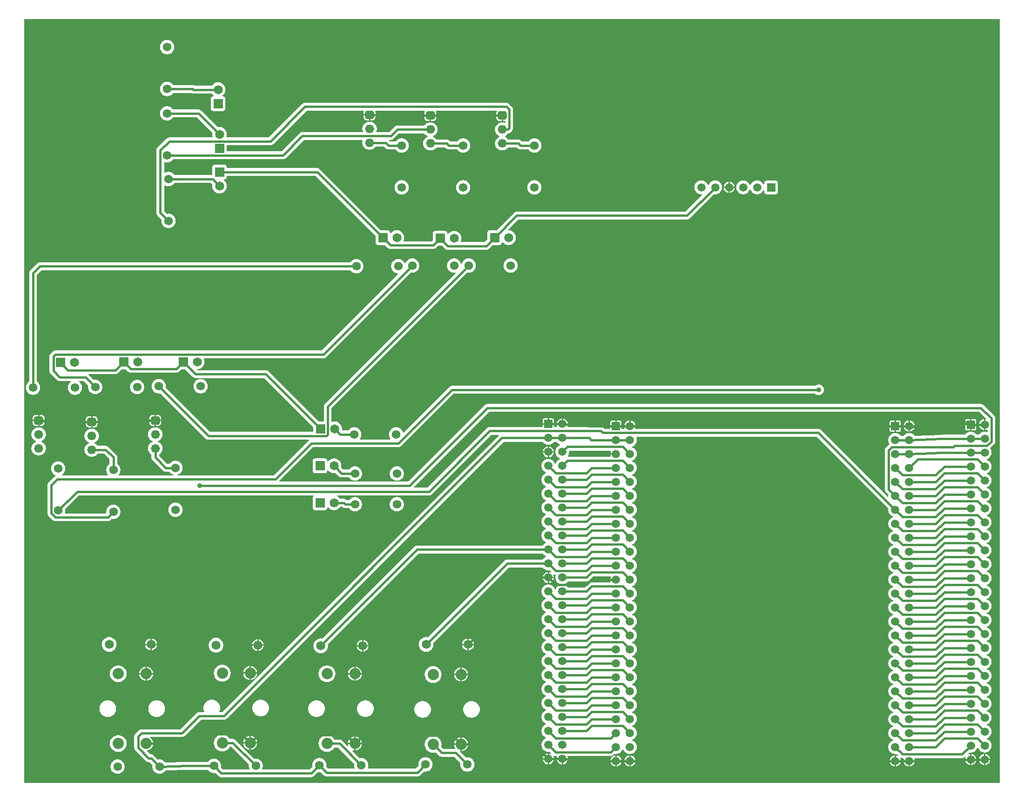
<source format=gbl>
G04 Layer_Physical_Order=2*
G04 Layer_Color=16711680*
%FSLAX44Y44*%
%MOMM*%
G71*
G01*
G75*
%ADD10C,0.3810*%
%ADD11C,1.6510*%
%ADD12C,2.0320*%
%ADD13C,1.5748*%
%ADD14C,1.5000*%
%ADD15R,1.5000X1.5000*%
%ADD16R,1.5000X1.5000*%
%ADD17O,1.6510X1.5240*%
G04:AMPARAMS|DCode=18|XSize=1.524mm|YSize=1.651mm|CornerRadius=0.381mm|HoleSize=0mm|Usage=FLASHONLY|Rotation=270.000|XOffset=0mm|YOffset=0mm|HoleType=Round|Shape=RoundedRectangle|*
%AMROUNDEDRECTD18*
21,1,1.5240,0.8890,0,0,270.0*
21,1,0.7620,1.6510,0,0,270.0*
1,1,0.7620,-0.4445,-0.3810*
1,1,0.7620,-0.4445,0.3810*
1,1,0.7620,0.4445,0.3810*
1,1,0.7620,0.4445,-0.3810*
%
%ADD18ROUNDEDRECTD18*%
%ADD19R,1.6510X1.6510*%
%ADD20R,1.6510X1.6510*%
%ADD21C,1.5080*%
%ADD22R,1.5080X1.5080*%
%ADD23C,0.8890*%
G36*
X1779793Y5827D02*
X5827D01*
Y1396253D01*
X1779793D01*
Y5827D01*
D02*
G37*
%LPC*%
G36*
X812742Y201930D02*
X801370D01*
Y190558D01*
X803415Y190827D01*
X806505Y192107D01*
X809158Y194142D01*
X811193Y196795D01*
X812473Y199885D01*
X812742Y201930D01*
D02*
G37*
G36*
X226060Y203200D02*
X214688D01*
X214957Y201155D01*
X216237Y198065D01*
X218272Y195412D01*
X220925Y193377D01*
X224015Y192097D01*
X226060Y191828D01*
Y203200D01*
D02*
G37*
G36*
X365760Y221054D02*
X362772Y220760D01*
X359900Y219888D01*
X357252Y218473D01*
X354931Y216569D01*
X353027Y214248D01*
X351612Y211600D01*
X350741Y208728D01*
X350446Y205740D01*
X350741Y202752D01*
X351612Y199880D01*
X353027Y197232D01*
X354931Y194911D01*
X357252Y193007D01*
X359900Y191592D01*
X362772Y190721D01*
X365760Y190426D01*
X368748Y190721D01*
X371620Y191592D01*
X374268Y193007D01*
X376589Y194911D01*
X378493Y197232D01*
X379908Y199880D01*
X380779Y202752D01*
X381074Y205740D01*
X380779Y208728D01*
X379908Y211600D01*
X378493Y214248D01*
X376589Y216569D01*
X374268Y218473D01*
X371620Y219888D01*
X368748Y220760D01*
X365760Y221054D01*
D02*
G37*
G36*
X798830Y201930D02*
X787458D01*
X787727Y199885D01*
X789007Y196795D01*
X791042Y194142D01*
X793695Y192107D01*
X796785Y190827D01*
X798830Y190558D01*
Y201930D01*
D02*
G37*
G36*
X239972Y203200D02*
X228600D01*
Y191828D01*
X230645Y192097D01*
X233735Y193377D01*
X236388Y195412D01*
X238423Y198065D01*
X239703Y201155D01*
X239972Y203200D01*
D02*
G37*
G36*
X415290Y204470D02*
X403918D01*
X404187Y202425D01*
X405467Y199335D01*
X407502Y196682D01*
X410155Y194647D01*
X413245Y193367D01*
X415290Y193098D01*
Y204470D01*
D02*
G37*
G36*
X429202D02*
X417830D01*
Y193098D01*
X419875Y193367D01*
X422965Y194647D01*
X425618Y196682D01*
X427653Y199335D01*
X428933Y202425D01*
X429202Y204470D01*
D02*
G37*
G36*
X605790Y203200D02*
X594418D01*
X594687Y201155D01*
X595967Y198065D01*
X598002Y195412D01*
X600655Y193377D01*
X603745Y192097D01*
X605790Y191828D01*
Y203200D01*
D02*
G37*
G36*
X619702D02*
X608330D01*
Y191828D01*
X610375Y192097D01*
X613465Y193377D01*
X616118Y195412D01*
X618153Y198065D01*
X619433Y201155D01*
X619702Y203200D01*
D02*
G37*
G36*
X556260Y219784D02*
X553272Y219489D01*
X550400Y218618D01*
X547752Y217203D01*
X545432Y215299D01*
X543527Y212978D01*
X542112Y210330D01*
X541241Y207458D01*
X540946Y204470D01*
X541241Y201482D01*
X542112Y198610D01*
X543527Y195962D01*
X545432Y193641D01*
X547752Y191737D01*
X550400Y190322D01*
X553272Y189450D01*
X556260Y189156D01*
X559248Y189450D01*
X562120Y190322D01*
X564768Y191737D01*
X567089Y193641D01*
X568993Y195962D01*
X570408Y198610D01*
X571279Y201482D01*
X571574Y204470D01*
X571279Y207458D01*
X570408Y210330D01*
X568993Y212978D01*
X567089Y215299D01*
X564768Y217203D01*
X562120Y218618D01*
X559248Y219489D01*
X556260Y219784D01*
D02*
G37*
G36*
X157480Y156236D02*
X157145Y156169D01*
X156804Y156192D01*
X154193Y155848D01*
X153552Y155630D01*
X152887Y155498D01*
X150455Y154490D01*
X149891Y154114D01*
X149284Y153814D01*
X147195Y152211D01*
X146748Y151702D01*
X146239Y151255D01*
X144636Y149166D01*
X144336Y148559D01*
X143960Y147995D01*
X142952Y145563D01*
X142820Y144898D01*
X142602Y144257D01*
X142259Y141646D01*
X142303Y140970D01*
X142259Y140294D01*
X142602Y137683D01*
X142820Y137042D01*
X142952Y136377D01*
X143960Y133945D01*
X144336Y133381D01*
X144636Y132774D01*
X146239Y130685D01*
X146748Y130238D01*
X147195Y129729D01*
X149284Y128126D01*
X149891Y127826D01*
X150455Y127450D01*
X152887Y126442D01*
X153552Y126310D01*
X154193Y126092D01*
X156804Y125749D01*
X157145Y125771D01*
X157480Y125704D01*
X157815Y125771D01*
X158156Y125749D01*
X160767Y126092D01*
X161408Y126310D01*
X162073Y126442D01*
X164505Y127450D01*
X165069Y127826D01*
X165676Y128126D01*
X167765Y129729D01*
X168212Y130238D01*
X168721Y130685D01*
X170324Y132774D01*
X170624Y133381D01*
X171000Y133945D01*
X172008Y136377D01*
X172140Y137042D01*
X172358Y137683D01*
X172701Y140294D01*
X172657Y140970D01*
X172701Y141646D01*
X172358Y144257D01*
X172140Y144898D01*
X172008Y145563D01*
X171000Y147995D01*
X170624Y148559D01*
X170324Y149166D01*
X168721Y151255D01*
X168212Y151702D01*
X167765Y152211D01*
X165676Y153814D01*
X165069Y154114D01*
X164505Y154490D01*
X162073Y155498D01*
X161408Y155630D01*
X160767Y155848D01*
X158156Y156192D01*
X157815Y156169D01*
X157480Y156236D01*
D02*
G37*
G36*
X246380D02*
X246045Y156169D01*
X245704Y156192D01*
X243093Y155848D01*
X242452Y155630D01*
X241787Y155498D01*
X239355Y154490D01*
X238791Y154114D01*
X238184Y153814D01*
X236095Y152211D01*
X235648Y151702D01*
X235139Y151255D01*
X233536Y149166D01*
X233236Y148559D01*
X232860Y147995D01*
X231852Y145563D01*
X231720Y144898D01*
X231502Y144257D01*
X231159Y141646D01*
X231203Y140970D01*
X231159Y140294D01*
X231502Y137683D01*
X231720Y137042D01*
X231852Y136377D01*
X232860Y133945D01*
X233236Y133381D01*
X233536Y132774D01*
X235139Y130685D01*
X235648Y130238D01*
X236095Y129729D01*
X238184Y128126D01*
X238791Y127826D01*
X239355Y127450D01*
X241787Y126442D01*
X242452Y126310D01*
X243093Y126092D01*
X245704Y125749D01*
X246045Y125771D01*
X246380Y125704D01*
X246715Y125771D01*
X247056Y125749D01*
X249667Y126092D01*
X250308Y126310D01*
X250973Y126442D01*
X253405Y127450D01*
X253969Y127826D01*
X254576Y128126D01*
X256665Y129729D01*
X257112Y130238D01*
X257621Y130685D01*
X259224Y132774D01*
X259524Y133381D01*
X259900Y133945D01*
X260908Y136377D01*
X261040Y137042D01*
X261258Y137683D01*
X261602Y140294D01*
X261557Y140970D01*
X261602Y141646D01*
X261258Y144257D01*
X261040Y144898D01*
X260908Y145563D01*
X259900Y147995D01*
X259524Y148559D01*
X259224Y149166D01*
X257621Y151255D01*
X257112Y151702D01*
X256665Y152211D01*
X254576Y153814D01*
X253969Y154114D01*
X253405Y154490D01*
X250973Y155498D01*
X250308Y155630D01*
X249667Y155848D01*
X247056Y156192D01*
X246715Y156169D01*
X246380Y156236D01*
D02*
G37*
G36*
X730250Y154966D02*
X729915Y154899D01*
X729574Y154922D01*
X726963Y154578D01*
X726322Y154360D01*
X725657Y154228D01*
X723225Y153220D01*
X722661Y152844D01*
X722054Y152544D01*
X719965Y150941D01*
X719518Y150432D01*
X719009Y149985D01*
X717406Y147896D01*
X717106Y147289D01*
X716730Y146725D01*
X715722Y144293D01*
X715590Y143628D01*
X715372Y142987D01*
X715029Y140376D01*
X715073Y139700D01*
X715029Y139024D01*
X715372Y136413D01*
X715590Y135772D01*
X715722Y135107D01*
X716730Y132675D01*
X717106Y132111D01*
X717406Y131504D01*
X719009Y129415D01*
X719518Y128968D01*
X719965Y128459D01*
X722054Y126856D01*
X722661Y126556D01*
X723225Y126180D01*
X725657Y125172D01*
X726322Y125040D01*
X726963Y124822D01*
X729574Y124479D01*
X729915Y124501D01*
X730250Y124434D01*
X730585Y124501D01*
X730926Y124479D01*
X733537Y124822D01*
X734178Y125040D01*
X734843Y125172D01*
X737275Y126180D01*
X737839Y126556D01*
X738446Y126856D01*
X740535Y128459D01*
X740982Y128968D01*
X741491Y129415D01*
X743094Y131504D01*
X743394Y132111D01*
X743770Y132675D01*
X744778Y135107D01*
X744910Y135772D01*
X745128Y136413D01*
X745471Y139024D01*
X745427Y139700D01*
X745471Y140376D01*
X745128Y142987D01*
X744910Y143628D01*
X744778Y144293D01*
X743770Y146725D01*
X743394Y147289D01*
X743094Y147896D01*
X741491Y149985D01*
X740982Y150432D01*
X740535Y150941D01*
X738446Y152544D01*
X737839Y152844D01*
X737275Y153220D01*
X734843Y154228D01*
X734178Y154360D01*
X733537Y154578D01*
X730926Y154922D01*
X730585Y154899D01*
X730250Y154966D01*
D02*
G37*
G36*
X819150D02*
X818815Y154899D01*
X818474Y154922D01*
X815863Y154578D01*
X815222Y154360D01*
X814557Y154228D01*
X812125Y153220D01*
X811561Y152844D01*
X810954Y152544D01*
X808865Y150941D01*
X808418Y150432D01*
X807909Y149985D01*
X806306Y147896D01*
X806006Y147289D01*
X805630Y146725D01*
X804622Y144293D01*
X804490Y143628D01*
X804272Y142987D01*
X803929Y140376D01*
X803973Y139700D01*
X803929Y139024D01*
X804272Y136413D01*
X804490Y135772D01*
X804622Y135107D01*
X805630Y132675D01*
X806006Y132111D01*
X806306Y131504D01*
X807909Y129415D01*
X808418Y128968D01*
X808865Y128459D01*
X810954Y126856D01*
X811561Y126556D01*
X812125Y126180D01*
X814557Y125172D01*
X815222Y125040D01*
X815863Y124822D01*
X818474Y124479D01*
X818815Y124501D01*
X819150Y124434D01*
X819485Y124501D01*
X819826Y124479D01*
X822437Y124822D01*
X823078Y125040D01*
X823743Y125172D01*
X826175Y126180D01*
X826739Y126556D01*
X827346Y126856D01*
X829435Y128459D01*
X829882Y128968D01*
X830391Y129415D01*
X831994Y131504D01*
X832294Y132111D01*
X832670Y132675D01*
X833678Y135107D01*
X833810Y135772D01*
X834028Y136413D01*
X834371Y139024D01*
X834327Y139700D01*
X834371Y140376D01*
X834028Y142987D01*
X833810Y143628D01*
X833678Y144293D01*
X832670Y146725D01*
X832294Y147289D01*
X831994Y147896D01*
X830391Y149985D01*
X829882Y150432D01*
X829435Y150941D01*
X827346Y152544D01*
X826739Y152844D01*
X826175Y153220D01*
X823743Y154228D01*
X823078Y154360D01*
X822437Y154578D01*
X819826Y154922D01*
X819485Y154899D01*
X819150Y154966D01*
D02*
G37*
G36*
X537210Y156236D02*
X536875Y156169D01*
X536534Y156192D01*
X533923Y155848D01*
X533282Y155630D01*
X532617Y155498D01*
X530185Y154490D01*
X529621Y154114D01*
X529014Y153814D01*
X526925Y152211D01*
X526478Y151702D01*
X525969Y151255D01*
X524366Y149166D01*
X524066Y148559D01*
X523690Y147995D01*
X522682Y145563D01*
X522550Y144898D01*
X522332Y144257D01*
X521988Y141646D01*
X522033Y140970D01*
X521988Y140294D01*
X522332Y137683D01*
X522550Y137042D01*
X522682Y136377D01*
X523690Y133945D01*
X524066Y133381D01*
X524366Y132774D01*
X525969Y130685D01*
X526478Y130238D01*
X526925Y129729D01*
X529014Y128126D01*
X529621Y127826D01*
X530185Y127450D01*
X532617Y126442D01*
X533282Y126310D01*
X533923Y126092D01*
X536534Y125749D01*
X536875Y125771D01*
X537210Y125704D01*
X537545Y125771D01*
X537886Y125749D01*
X540497Y126092D01*
X541138Y126310D01*
X541803Y126442D01*
X544235Y127450D01*
X544799Y127826D01*
X545406Y128126D01*
X547495Y129729D01*
X547942Y130238D01*
X548451Y130685D01*
X550054Y132774D01*
X550354Y133381D01*
X550730Y133945D01*
X551738Y136377D01*
X551870Y137042D01*
X552088Y137683D01*
X552431Y140294D01*
X552387Y140970D01*
X552431Y141646D01*
X552088Y144257D01*
X551870Y144898D01*
X551738Y145563D01*
X550730Y147995D01*
X550354Y148559D01*
X550054Y149166D01*
X548451Y151255D01*
X547942Y151702D01*
X547495Y152211D01*
X545406Y153814D01*
X544799Y154114D01*
X544235Y154490D01*
X541803Y155498D01*
X541138Y155630D01*
X540497Y155848D01*
X537886Y156192D01*
X537545Y156169D01*
X537210Y156236D01*
D02*
G37*
G36*
X749300Y218514D02*
X746312Y218220D01*
X743440Y217348D01*
X740792Y215933D01*
X738472Y214028D01*
X736567Y211708D01*
X735152Y209060D01*
X734280Y206188D01*
X733986Y203200D01*
X734280Y200212D01*
X735152Y197340D01*
X736567Y194692D01*
X738472Y192372D01*
X740792Y190467D01*
X743440Y189052D01*
X746312Y188181D01*
X749300Y187886D01*
X752288Y188181D01*
X755160Y189052D01*
X757808Y190467D01*
X760128Y192372D01*
X762033Y194692D01*
X763448Y197340D01*
X764320Y200212D01*
X764614Y203200D01*
X764320Y206188D01*
X763448Y209060D01*
X762033Y211708D01*
X760128Y214028D01*
X757808Y215933D01*
X755160Y217348D01*
X752288Y218220D01*
X749300Y218514D01*
D02*
G37*
G36*
X176530Y219784D02*
X173542Y219489D01*
X170670Y218618D01*
X168022Y217203D01*
X165702Y215299D01*
X163797Y212978D01*
X162382Y210330D01*
X161511Y207458D01*
X161216Y204470D01*
X161511Y201482D01*
X162382Y198610D01*
X163797Y195962D01*
X165702Y193641D01*
X168022Y191737D01*
X170670Y190322D01*
X173542Y189450D01*
X176530Y189156D01*
X179518Y189450D01*
X182390Y190322D01*
X185038Y191737D01*
X187358Y193641D01*
X189263Y195962D01*
X190678Y198610D01*
X191549Y201482D01*
X191844Y204470D01*
X191549Y207458D01*
X190678Y210330D01*
X189263Y212978D01*
X187358Y215299D01*
X185038Y217203D01*
X182390Y218618D01*
X179518Y219489D01*
X176530Y219784D01*
D02*
G37*
G36*
X626110Y156236D02*
X625775Y156169D01*
X625434Y156192D01*
X622823Y155848D01*
X622182Y155630D01*
X621517Y155498D01*
X619085Y154490D01*
X618521Y154114D01*
X617914Y153814D01*
X615825Y152211D01*
X615378Y151702D01*
X614869Y151255D01*
X613266Y149166D01*
X612966Y148559D01*
X612590Y147995D01*
X611582Y145563D01*
X611450Y144898D01*
X611232Y144257D01*
X610888Y141646D01*
X610933Y140970D01*
X610888Y140294D01*
X611232Y137683D01*
X611450Y137042D01*
X611582Y136377D01*
X612590Y133945D01*
X612966Y133381D01*
X613266Y132774D01*
X614869Y130685D01*
X615378Y130238D01*
X615825Y129729D01*
X617914Y128126D01*
X618521Y127826D01*
X619085Y127450D01*
X621517Y126442D01*
X622182Y126310D01*
X622823Y126092D01*
X625434Y125749D01*
X625775Y125771D01*
X626110Y125704D01*
X626445Y125771D01*
X626786Y125749D01*
X629397Y126092D01*
X630038Y126310D01*
X630703Y126442D01*
X633135Y127450D01*
X633699Y127826D01*
X634306Y128126D01*
X636395Y129729D01*
X636842Y130238D01*
X637351Y130685D01*
X638954Y132774D01*
X639254Y133381D01*
X639630Y133945D01*
X640638Y136377D01*
X640770Y137042D01*
X640988Y137683D01*
X641331Y140294D01*
X641287Y140970D01*
X641331Y141646D01*
X640988Y144257D01*
X640770Y144898D01*
X640638Y145563D01*
X639630Y147995D01*
X639254Y148559D01*
X638954Y149166D01*
X637351Y151255D01*
X636842Y151702D01*
X636395Y152211D01*
X634306Y153814D01*
X633699Y154114D01*
X633135Y154490D01*
X630703Y155498D01*
X630038Y155630D01*
X629397Y155848D01*
X626786Y156192D01*
X626445Y156169D01*
X626110Y156236D01*
D02*
G37*
G36*
X435610Y157506D02*
X435275Y157439D01*
X434934Y157462D01*
X432323Y157118D01*
X431682Y156900D01*
X431017Y156768D01*
X428585Y155760D01*
X428021Y155384D01*
X427414Y155084D01*
X425325Y153481D01*
X424878Y152972D01*
X424369Y152525D01*
X422766Y150436D01*
X422466Y149829D01*
X422090Y149265D01*
X421082Y146833D01*
X420950Y146168D01*
X420732Y145527D01*
X420388Y142916D01*
X420433Y142240D01*
X420388Y141564D01*
X420732Y138953D01*
X420950Y138312D01*
X421082Y137647D01*
X422090Y135215D01*
X422466Y134651D01*
X422766Y134044D01*
X424369Y131955D01*
X424878Y131508D01*
X425325Y130999D01*
X427414Y129396D01*
X428021Y129096D01*
X428585Y128720D01*
X431017Y127712D01*
X431682Y127580D01*
X432323Y127362D01*
X434934Y127018D01*
X435275Y127041D01*
X435610Y126974D01*
X435945Y127041D01*
X436286Y127018D01*
X438897Y127362D01*
X439538Y127580D01*
X440203Y127712D01*
X442635Y128720D01*
X443199Y129096D01*
X443806Y129396D01*
X445895Y130999D01*
X446342Y131508D01*
X446851Y131955D01*
X448454Y134044D01*
X448754Y134651D01*
X449130Y135215D01*
X450138Y137647D01*
X450270Y138312D01*
X450488Y138953D01*
X450831Y141564D01*
X450787Y142240D01*
X450831Y142916D01*
X450488Y145527D01*
X450270Y146168D01*
X450138Y146833D01*
X449130Y149265D01*
X448754Y149829D01*
X448454Y150436D01*
X446851Y152525D01*
X446342Y152972D01*
X445895Y153481D01*
X443806Y155084D01*
X443199Y155384D01*
X442635Y155760D01*
X440203Y156768D01*
X439538Y156900D01*
X438897Y157118D01*
X436286Y157462D01*
X435945Y157439D01*
X435610Y157506D01*
D02*
G37*
G36*
X429260Y255270D02*
X419809D01*
X420013Y253722D01*
X421101Y251096D01*
X422831Y248841D01*
X425086Y247111D01*
X427712Y246023D01*
X429260Y245819D01*
Y255270D01*
D02*
G37*
G36*
X441251D02*
X431800D01*
Y245819D01*
X433348Y246023D01*
X435974Y247111D01*
X438229Y248841D01*
X439959Y251096D01*
X441047Y253722D01*
X441251Y255270D01*
D02*
G37*
G36*
X619760Y254000D02*
X610309D01*
X610513Y252452D01*
X611601Y249826D01*
X613331Y247571D01*
X615586Y245841D01*
X618212Y244753D01*
X619760Y244549D01*
Y254000D01*
D02*
G37*
G36*
X631751D02*
X622300D01*
Y244549D01*
X623848Y244753D01*
X626474Y245841D01*
X628729Y247571D01*
X630459Y249826D01*
X631547Y252452D01*
X631751Y254000D01*
D02*
G37*
G36*
X234950Y256540D02*
X225499D01*
X225703Y254992D01*
X226791Y252366D01*
X228521Y250111D01*
X230776Y248381D01*
X233402Y247293D01*
X234950Y247089D01*
Y256540D01*
D02*
G37*
G36*
X823521D02*
X814070D01*
Y247089D01*
X815618Y247293D01*
X818244Y248381D01*
X820499Y250111D01*
X822229Y252366D01*
X823317Y254992D01*
X823521Y256540D01*
D02*
G37*
G36*
X619760Y265991D02*
X618212Y265787D01*
X615586Y264699D01*
X613331Y262969D01*
X611601Y260714D01*
X610513Y258088D01*
X610309Y256540D01*
X619760D01*
Y265991D01*
D02*
G37*
G36*
X246941Y256540D02*
X237490D01*
Y247089D01*
X239038Y247293D01*
X241664Y248381D01*
X243919Y250111D01*
X245649Y252366D01*
X246737Y254992D01*
X246941Y256540D01*
D02*
G37*
G36*
X811530D02*
X802079D01*
X802283Y254992D01*
X803371Y252366D01*
X805101Y250111D01*
X807356Y248381D01*
X809982Y247293D01*
X811530Y247089D01*
Y256540D01*
D02*
G37*
G36*
X160020Y271260D02*
X156539Y270802D01*
X153295Y269458D01*
X150509Y267321D01*
X148372Y264535D01*
X147028Y261291D01*
X146570Y257810D01*
X147028Y254329D01*
X148372Y251085D01*
X150509Y248299D01*
X153295Y246162D01*
X156539Y244818D01*
X160020Y244360D01*
X163501Y244818D01*
X166745Y246162D01*
X169531Y248299D01*
X171668Y251085D01*
X173012Y254329D01*
X173470Y257810D01*
X173012Y261291D01*
X171668Y264535D01*
X169531Y267321D01*
X166745Y269458D01*
X163501Y270802D01*
X160020Y271260D01*
D02*
G37*
G36*
X226060Y217112D02*
X224015Y216843D01*
X220925Y215563D01*
X218272Y213528D01*
X216237Y210875D01*
X214957Y207785D01*
X214688Y205740D01*
X226060D01*
Y217112D01*
D02*
G37*
G36*
X228600D02*
Y205740D01*
X239972D01*
X239703Y207785D01*
X238423Y210875D01*
X236388Y213528D01*
X233735Y215563D01*
X230645Y216843D01*
X228600Y217112D01*
D02*
G37*
G36*
X798830Y215842D02*
X796785Y215573D01*
X793695Y214293D01*
X791042Y212258D01*
X789007Y209605D01*
X787727Y206515D01*
X787458Y204470D01*
X798830D01*
Y215842D01*
D02*
G37*
G36*
X801370D02*
Y204470D01*
X812742D01*
X812473Y206515D01*
X811193Y209605D01*
X809158Y212258D01*
X806505Y214293D01*
X803415Y215573D01*
X801370Y215842D01*
D02*
G37*
G36*
X605790Y217112D02*
X603745Y216843D01*
X600655Y215563D01*
X598002Y213528D01*
X595967Y210875D01*
X594687Y207785D01*
X594418Y205740D01*
X605790D01*
Y217112D01*
D02*
G37*
G36*
X417830Y218382D02*
Y207010D01*
X429202D01*
X428933Y209055D01*
X427653Y212145D01*
X425618Y214798D01*
X422965Y216833D01*
X419875Y218113D01*
X417830Y218382D01*
D02*
G37*
G36*
X354330Y269990D02*
X350849Y269532D01*
X347605Y268188D01*
X344819Y266051D01*
X342682Y263265D01*
X341338Y260021D01*
X340880Y256540D01*
X341338Y253059D01*
X342682Y249815D01*
X344819Y247029D01*
X347605Y244892D01*
X350849Y243548D01*
X354330Y243090D01*
X357811Y243548D01*
X361055Y244892D01*
X363841Y247029D01*
X365978Y249815D01*
X367322Y253059D01*
X367780Y256540D01*
X367322Y260021D01*
X365978Y263265D01*
X363841Y266051D01*
X361055Y268188D01*
X357811Y269532D01*
X354330Y269990D01*
D02*
G37*
G36*
X608330Y217112D02*
Y205740D01*
X619702D01*
X619433Y207785D01*
X618153Y210875D01*
X616118Y213528D01*
X613465Y215563D01*
X610375Y216843D01*
X608330Y217112D01*
D02*
G37*
G36*
X415290Y218382D02*
X413245Y218113D01*
X410155Y216833D01*
X407502Y214798D01*
X405467Y212145D01*
X404187Y209055D01*
X403918Y207010D01*
X415290D01*
Y218382D01*
D02*
G37*
G36*
X1737159Y46990D02*
X1728470D01*
Y38301D01*
X1729821Y38478D01*
X1732263Y39490D01*
X1734361Y41099D01*
X1735970Y43197D01*
X1736982Y45639D01*
X1737159Y46990D01*
D02*
G37*
G36*
X1762559D02*
X1753870D01*
Y38301D01*
X1755221Y38478D01*
X1757663Y39490D01*
X1759761Y41099D01*
X1761370Y43197D01*
X1762382Y45639D01*
X1762559Y46990D01*
D02*
G37*
G36*
X1725930D02*
X1717241D01*
X1717418Y45639D01*
X1718430Y43197D01*
X1720039Y41099D01*
X1722137Y39490D01*
X1724579Y38478D01*
X1725930Y38301D01*
Y46990D01*
D02*
G37*
G36*
X1751330D02*
X1742641D01*
X1742818Y45639D01*
X1743830Y43197D01*
X1745439Y41099D01*
X1747537Y39490D01*
X1749979Y38478D01*
X1751330Y38301D01*
Y46990D01*
D02*
G37*
G36*
X957580Y48260D02*
X948891D01*
X949068Y46909D01*
X950080Y44467D01*
X951689Y42369D01*
X953787Y40760D01*
X956229Y39748D01*
X957580Y39571D01*
Y48260D01*
D02*
G37*
G36*
X994209D02*
X985520D01*
Y39571D01*
X986871Y39748D01*
X989313Y40760D01*
X991411Y42369D01*
X993020Y44467D01*
X994032Y46909D01*
X994209Y48260D01*
D02*
G37*
G36*
X1080623Y55720D02*
X1079261Y55540D01*
X1076809Y54525D01*
X1074704Y52909D01*
X1073088Y50803D01*
X1072072Y48351D01*
X1071893Y46990D01*
X1080623D01*
Y55720D01*
D02*
G37*
G36*
X982980Y48260D02*
X974291D01*
X974468Y46909D01*
X975480Y44467D01*
X977089Y42369D01*
X979187Y40760D01*
X981629Y39748D01*
X982980Y39571D01*
Y48260D01*
D02*
G37*
G36*
X968809D02*
X960120D01*
Y39571D01*
X961471Y39748D01*
X963913Y40760D01*
X966011Y42369D01*
X967620Y44467D01*
X968632Y46909D01*
X968809Y48260D01*
D02*
G37*
G36*
X1625292Y44450D02*
X1616563D01*
Y35720D01*
X1617924Y35900D01*
X1620376Y36915D01*
X1622482Y38531D01*
X1624097Y40637D01*
X1625113Y43089D01*
X1625292Y44450D01*
D02*
G37*
G36*
X1080623D02*
X1071893D01*
X1072072Y43089D01*
X1073088Y40637D01*
X1074704Y38531D01*
X1076809Y36915D01*
X1079261Y35900D01*
X1080623Y35720D01*
Y44450D01*
D02*
G37*
G36*
X1091892D02*
X1083163D01*
Y35720D01*
X1084524Y35900D01*
X1086976Y36915D01*
X1089082Y38531D01*
X1090697Y40637D01*
X1091713Y43089D01*
X1091892Y44450D01*
D02*
G37*
G36*
X175260Y48626D02*
X171878Y48181D01*
X168727Y46875D01*
X166021Y44799D01*
X163945Y42093D01*
X162639Y38942D01*
X162194Y35560D01*
X162639Y32178D01*
X163945Y29027D01*
X166021Y26321D01*
X168727Y24245D01*
X171878Y22939D01*
X175260Y22494D01*
X178642Y22939D01*
X181793Y24245D01*
X184499Y26321D01*
X186575Y29027D01*
X187881Y32178D01*
X188326Y35560D01*
X187881Y38942D01*
X186575Y42093D01*
X184499Y44799D01*
X181793Y46875D01*
X178642Y48181D01*
X175260Y48626D01*
D02*
G37*
G36*
X749300Y91514D02*
X746312Y91220D01*
X743440Y90348D01*
X740792Y88933D01*
X738472Y87029D01*
X736567Y84708D01*
X735152Y82060D01*
X734280Y79188D01*
X733986Y76200D01*
X734280Y73212D01*
X735152Y70340D01*
X736567Y67692D01*
X738472Y65371D01*
X740792Y63467D01*
X743440Y62052D01*
X746312Y61181D01*
X749300Y60886D01*
X752288Y61181D01*
X753875Y61662D01*
X760066Y55470D01*
X761525Y54351D01*
X763225Y53647D01*
X765048Y53407D01*
X787530D01*
X798825Y42111D01*
X798464Y39370D01*
X798909Y35988D01*
X800215Y32837D01*
X802291Y30131D01*
X804997Y28055D01*
X808148Y26749D01*
X811530Y26304D01*
X814912Y26749D01*
X818063Y28055D01*
X820769Y30131D01*
X822845Y32837D01*
X824151Y35988D01*
X824596Y39370D01*
X824151Y42752D01*
X822845Y45903D01*
X820769Y48609D01*
X818063Y50685D01*
X814912Y51991D01*
X811530Y52436D01*
X808789Y52075D01*
X798472Y62392D01*
X798830Y63118D01*
Y74930D01*
X787458D01*
X787727Y72885D01*
X789007Y69795D01*
X789795Y68767D01*
X789169Y67497D01*
X767966D01*
X763838Y71625D01*
X764320Y73212D01*
X764614Y76200D01*
X764320Y79188D01*
X763448Y82060D01*
X762033Y84708D01*
X760128Y87029D01*
X757808Y88933D01*
X755160Y90348D01*
X752288Y91220D01*
X749300Y91514D01*
D02*
G37*
G36*
X1106023Y44450D02*
X1097293D01*
X1097472Y43089D01*
X1098488Y40637D01*
X1100104Y38531D01*
X1102209Y36915D01*
X1104661Y35900D01*
X1106023Y35720D01*
Y44450D01*
D02*
G37*
G36*
X1599892D02*
X1591163D01*
Y35720D01*
X1592524Y35900D01*
X1594976Y36915D01*
X1597082Y38531D01*
X1598698Y40637D01*
X1599713Y43089D01*
X1599892Y44450D01*
D02*
G37*
G36*
X1614023D02*
X1605293D01*
X1605472Y43089D01*
X1606488Y40637D01*
X1608104Y38531D01*
X1610209Y36915D01*
X1612661Y35900D01*
X1614023Y35720D01*
Y44450D01*
D02*
G37*
G36*
X1117292D02*
X1108563D01*
Y35720D01*
X1109924Y35900D01*
X1112376Y36915D01*
X1114482Y38531D01*
X1116097Y40637D01*
X1117113Y43089D01*
X1117292Y44450D01*
D02*
G37*
G36*
X1588623D02*
X1579893D01*
X1580072Y43089D01*
X1581088Y40637D01*
X1582704Y38531D01*
X1584809Y36915D01*
X1587261Y35900D01*
X1588623Y35720D01*
Y44450D01*
D02*
G37*
G36*
X429202Y77470D02*
X417830D01*
Y66098D01*
X419875Y66367D01*
X422965Y67647D01*
X425618Y69682D01*
X427653Y72335D01*
X428933Y75425D01*
X429202Y77470D01*
D02*
G37*
G36*
X798830Y88842D02*
X796785Y88573D01*
X793695Y87293D01*
X791042Y85258D01*
X789007Y82605D01*
X787727Y79515D01*
X787458Y77470D01*
X798830D01*
Y88842D01*
D02*
G37*
G36*
X619702Y76200D02*
X608330D01*
Y64828D01*
X610375Y65097D01*
X613465Y66377D01*
X616118Y68412D01*
X618153Y71065D01*
X619433Y74155D01*
X619702Y76200D01*
D02*
G37*
G36*
X415290Y77470D02*
X403918D01*
X404187Y75425D01*
X405467Y72335D01*
X407502Y69682D01*
X410155Y67647D01*
X413245Y66367D01*
X415290Y66098D01*
Y77470D01*
D02*
G37*
G36*
X801370Y88842D02*
Y77470D01*
X812742D01*
X812473Y79515D01*
X811193Y82605D01*
X809158Y85258D01*
X806505Y87293D01*
X803415Y88573D01*
X801370Y88842D01*
D02*
G37*
G36*
X415290Y91382D02*
X413245Y91113D01*
X410155Y89833D01*
X407502Y87798D01*
X405467Y85145D01*
X404187Y82055D01*
X403918Y80010D01*
X415290D01*
Y91382D01*
D02*
G37*
G36*
X417830D02*
Y80010D01*
X429202D01*
X428933Y82055D01*
X427653Y85145D01*
X425618Y87798D01*
X422965Y89833D01*
X419875Y91113D01*
X417830Y91382D01*
D02*
G37*
G36*
X605790Y90112D02*
X603745Y89843D01*
X600655Y88563D01*
X598002Y86528D01*
X595967Y83875D01*
X594687Y80785D01*
X594418Y78740D01*
X605790D01*
Y90112D01*
D02*
G37*
G36*
X608330D02*
Y78740D01*
X619702D01*
X619433Y80785D01*
X618153Y83875D01*
X616118Y86528D01*
X613465Y88563D01*
X610375Y89843D01*
X608330Y90112D01*
D02*
G37*
G36*
X812742Y74930D02*
X801370D01*
Y63558D01*
X803415Y63827D01*
X806505Y65107D01*
X809158Y67142D01*
X811193Y69795D01*
X812473Y72885D01*
X812742Y74930D01*
D02*
G37*
G36*
X1108563Y55720D02*
Y46990D01*
X1117292D01*
X1117113Y48351D01*
X1116097Y50803D01*
X1114482Y52909D01*
X1112376Y54525D01*
X1109924Y55540D01*
X1108563Y55720D01*
D02*
G37*
G36*
X1588623D02*
X1587261Y55540D01*
X1584809Y54525D01*
X1582704Y52909D01*
X1581088Y50803D01*
X1580072Y48351D01*
X1579893Y46990D01*
X1588623D01*
Y55720D01*
D02*
G37*
G36*
X1083163D02*
Y46990D01*
X1091892D01*
X1091713Y48351D01*
X1090697Y50803D01*
X1089082Y52909D01*
X1086976Y54525D01*
X1084524Y55540D01*
X1083163Y55720D01*
D02*
G37*
G36*
X1106023D02*
X1104661Y55540D01*
X1102209Y54525D01*
X1100104Y52909D01*
X1098488Y50803D01*
X1097472Y48351D01*
X1097293Y46990D01*
X1106023D01*
Y55720D01*
D02*
G37*
G36*
X1751330Y58219D02*
X1749979Y58042D01*
X1747537Y57030D01*
X1745439Y55421D01*
X1743830Y53323D01*
X1742818Y50881D01*
X1742641Y49530D01*
X1751330D01*
Y58219D01*
D02*
G37*
G36*
X957580Y59489D02*
X956229Y59312D01*
X953787Y58300D01*
X951689Y56691D01*
X950080Y54593D01*
X949068Y52151D01*
X948891Y50800D01*
X957580D01*
Y59489D01*
D02*
G37*
G36*
X176530Y92784D02*
X173542Y92490D01*
X170670Y91618D01*
X168022Y90203D01*
X165702Y88299D01*
X163797Y85978D01*
X162382Y83330D01*
X161511Y80458D01*
X161216Y77470D01*
X161511Y74482D01*
X162382Y71610D01*
X163797Y68962D01*
X165702Y66642D01*
X168022Y64737D01*
X170670Y63322D01*
X173542Y62450D01*
X176530Y62156D01*
X179518Y62450D01*
X182390Y63322D01*
X185038Y64737D01*
X187358Y66642D01*
X189263Y68962D01*
X190678Y71610D01*
X191549Y74482D01*
X191844Y77470D01*
X191549Y80458D01*
X190678Y83330D01*
X189263Y85978D01*
X187358Y88299D01*
X185038Y90203D01*
X182390Y91618D01*
X179518Y92490D01*
X176530Y92784D01*
D02*
G37*
G36*
X1728470Y58219D02*
Y49530D01*
X1737159D01*
X1736982Y50881D01*
X1735970Y53323D01*
X1734361Y55421D01*
X1732263Y57030D01*
X1729821Y58042D01*
X1728470Y58219D01*
D02*
G37*
G36*
X1753870D02*
Y49530D01*
X1762559D01*
X1762382Y50881D01*
X1761370Y53323D01*
X1759761Y55421D01*
X1757663Y57030D01*
X1755221Y58042D01*
X1753870Y58219D01*
D02*
G37*
G36*
X1289050Y1099619D02*
Y1090930D01*
X1297739D01*
X1297562Y1092281D01*
X1296550Y1094723D01*
X1294941Y1096821D01*
X1292843Y1098430D01*
X1290401Y1099442D01*
X1289050Y1099619D01*
D02*
G37*
G36*
X1338580Y1102348D02*
X1335296Y1101916D01*
X1332236Y1100649D01*
X1329608Y1098632D01*
X1327591Y1096004D01*
X1326567Y1093532D01*
X1325193D01*
X1324169Y1096004D01*
X1322152Y1098632D01*
X1319524Y1100649D01*
X1316464Y1101916D01*
X1313180Y1102348D01*
X1309896Y1101916D01*
X1306836Y1100649D01*
X1304208Y1098632D01*
X1302191Y1096004D01*
X1300924Y1092944D01*
X1300491Y1089660D01*
X1300924Y1086376D01*
X1302191Y1083316D01*
X1304208Y1080688D01*
X1306836Y1078671D01*
X1309896Y1077404D01*
X1313180Y1076972D01*
X1316464Y1077404D01*
X1319524Y1078671D01*
X1322152Y1080688D01*
X1324169Y1083316D01*
X1325193Y1085788D01*
X1326567D01*
X1327591Y1083316D01*
X1329608Y1080688D01*
X1332236Y1078671D01*
X1335296Y1077404D01*
X1338580Y1076972D01*
X1341864Y1077404D01*
X1344924Y1078671D01*
X1347552Y1080688D01*
X1349569Y1083316D01*
X1350031Y1084431D01*
X1351301Y1084178D01*
Y1082160D01*
X1351695Y1080178D01*
X1352818Y1078497D01*
X1354498Y1077375D01*
X1356480Y1076981D01*
X1371480D01*
X1373462Y1077375D01*
X1375143Y1078497D01*
X1376265Y1080178D01*
X1376660Y1082160D01*
Y1097160D01*
X1376265Y1099142D01*
X1375143Y1100823D01*
X1373462Y1101945D01*
X1371480Y1102339D01*
X1356480D01*
X1354498Y1101945D01*
X1352818Y1100823D01*
X1351695Y1099142D01*
X1351301Y1097160D01*
Y1095142D01*
X1350031Y1094889D01*
X1349569Y1096004D01*
X1347552Y1098632D01*
X1344924Y1100649D01*
X1341864Y1101916D01*
X1338580Y1102348D01*
D02*
G37*
G36*
X882650Y1243517D02*
X516128D01*
X514305Y1243277D01*
X512605Y1242573D01*
X511146Y1241454D01*
X450218Y1180525D01*
X373914D01*
X373209Y1181581D01*
X373672Y1182699D01*
X374130Y1186180D01*
X373672Y1189661D01*
X372328Y1192905D01*
X370191Y1195691D01*
X367405Y1197828D01*
X364161Y1199172D01*
X360680Y1199630D01*
X357599Y1199224D01*
X327562Y1229262D01*
X326103Y1230381D01*
X324403Y1231085D01*
X322580Y1231325D01*
X276352D01*
X274669Y1233519D01*
X271963Y1235595D01*
X268812Y1236901D01*
X265430Y1237346D01*
X262048Y1236901D01*
X258897Y1235595D01*
X256191Y1233519D01*
X254115Y1230813D01*
X252809Y1227662D01*
X252364Y1224280D01*
X252809Y1220898D01*
X254115Y1217747D01*
X256191Y1215041D01*
X258897Y1212965D01*
X262048Y1211659D01*
X265430Y1211214D01*
X268812Y1211659D01*
X271963Y1212965D01*
X274669Y1215041D01*
X276352Y1217235D01*
X319662D01*
X347636Y1189261D01*
X347230Y1186180D01*
X347688Y1182699D01*
X348151Y1181581D01*
X347446Y1180525D01*
X269494D01*
X267671Y1180285D01*
X265971Y1179581D01*
X264512Y1178462D01*
X248002Y1161952D01*
X246883Y1160493D01*
X246179Y1158793D01*
X245939Y1156970D01*
Y1043686D01*
X246179Y1041863D01*
X246883Y1040163D01*
X248002Y1038704D01*
X255265Y1031441D01*
X254904Y1028700D01*
X255349Y1025318D01*
X256655Y1022167D01*
X258731Y1019461D01*
X261437Y1017385D01*
X264588Y1016079D01*
X267970Y1015634D01*
X271352Y1016079D01*
X274503Y1017385D01*
X277209Y1019461D01*
X279285Y1022167D01*
X280591Y1025318D01*
X281036Y1028700D01*
X280591Y1032082D01*
X279285Y1035233D01*
X277209Y1037939D01*
X274503Y1040015D01*
X271352Y1041321D01*
X267970Y1041766D01*
X265229Y1041405D01*
X260029Y1046604D01*
Y1093229D01*
X261168Y1093791D01*
X261437Y1093585D01*
X264588Y1092279D01*
X267970Y1091834D01*
X271352Y1092279D01*
X274503Y1093585D01*
X277209Y1095661D01*
X278892Y1097855D01*
X345062D01*
X347636Y1095281D01*
X347230Y1092200D01*
X347688Y1088719D01*
X349032Y1085475D01*
X351169Y1082689D01*
X353955Y1080552D01*
X357199Y1079208D01*
X360680Y1078750D01*
X364161Y1079208D01*
X367405Y1080552D01*
X370191Y1082689D01*
X372328Y1085475D01*
X373672Y1088719D01*
X374130Y1092200D01*
X373672Y1095681D01*
X372328Y1098925D01*
X370191Y1101711D01*
X368647Y1102896D01*
X368868Y1103870D01*
X369048Y1104188D01*
X370917Y1104560D01*
X372598Y1105683D01*
X373720Y1107363D01*
X374114Y1109345D01*
Y1110555D01*
X535562D01*
X644426Y1001691D01*
Y989965D01*
X644820Y987983D01*
X645943Y986302D01*
X647623Y985180D01*
X649605Y984786D01*
X661331D01*
X666594Y979522D01*
X668053Y978403D01*
X669753Y977699D01*
X671576Y977459D01*
X749554D01*
X751377Y977699D01*
X753077Y978403D01*
X754536Y979522D01*
X758529Y983515D01*
X765471D01*
X770734Y978252D01*
X772193Y977133D01*
X773893Y976429D01*
X775716Y976189D01*
X846074D01*
X847897Y976429D01*
X849597Y977133D01*
X851056Y978252D01*
X857589Y984786D01*
X869315D01*
X871297Y985180D01*
X872978Y986302D01*
X874100Y987983D01*
X874472Y989852D01*
X874790Y990032D01*
X875764Y990254D01*
X876949Y988709D01*
X879735Y986572D01*
X882979Y985228D01*
X886460Y984770D01*
X889941Y985228D01*
X893185Y986572D01*
X895971Y988709D01*
X898108Y991495D01*
X899452Y994739D01*
X899910Y998220D01*
X899452Y1001701D01*
X898108Y1004945D01*
X895971Y1007731D01*
X893185Y1009868D01*
X889941Y1011212D01*
X886460Y1011670D01*
X886131Y1011627D01*
X885569Y1012766D01*
X904110Y1031307D01*
X1211072D01*
X1212895Y1031547D01*
X1214595Y1032251D01*
X1216054Y1033370D01*
X1259972Y1077289D01*
X1262380Y1076972D01*
X1265664Y1077404D01*
X1268724Y1078671D01*
X1271352Y1080688D01*
X1273369Y1083316D01*
X1274636Y1086376D01*
X1275069Y1089660D01*
X1274636Y1092944D01*
X1273369Y1096004D01*
X1271352Y1098632D01*
X1268724Y1100649D01*
X1265664Y1101916D01*
X1262380Y1102348D01*
X1259096Y1101916D01*
X1256036Y1100649D01*
X1253408Y1098632D01*
X1251391Y1096004D01*
X1250367Y1093532D01*
X1248993D01*
X1247969Y1096004D01*
X1245952Y1098632D01*
X1243324Y1100649D01*
X1240264Y1101916D01*
X1236980Y1102348D01*
X1233696Y1101916D01*
X1230636Y1100649D01*
X1228008Y1098632D01*
X1225991Y1096004D01*
X1224724Y1092944D01*
X1224292Y1089660D01*
X1224724Y1086376D01*
X1225991Y1083316D01*
X1228008Y1080688D01*
X1230636Y1078671D01*
X1233696Y1077404D01*
X1236980Y1076972D01*
X1238186Y1077130D01*
X1238748Y1075991D01*
X1208154Y1045397D01*
X901192D01*
X899369Y1045157D01*
X897669Y1044453D01*
X896210Y1043334D01*
X864531Y1011655D01*
X852805D01*
X850823Y1011260D01*
X849143Y1010137D01*
X848020Y1008457D01*
X847626Y1006475D01*
Y994749D01*
X843156Y990279D01*
X800214D01*
X799508Y991335D01*
X800392Y993469D01*
X800850Y996950D01*
X800392Y1000431D01*
X799048Y1003675D01*
X796911Y1006461D01*
X794125Y1008598D01*
X790881Y1009942D01*
X787400Y1010400D01*
X783919Y1009942D01*
X780675Y1008598D01*
X777889Y1006461D01*
X776704Y1004917D01*
X775730Y1005138D01*
X775412Y1005318D01*
X775040Y1007187D01*
X773917Y1008867D01*
X772237Y1009990D01*
X770255Y1010385D01*
X753745D01*
X751763Y1009990D01*
X750082Y1008867D01*
X748960Y1007187D01*
X748566Y1005205D01*
Y993479D01*
X746636Y991549D01*
X696074D01*
X695368Y992605D01*
X696252Y994739D01*
X696710Y998220D01*
X696252Y1001701D01*
X694908Y1004945D01*
X692771Y1007731D01*
X689985Y1009868D01*
X686741Y1011212D01*
X683260Y1011670D01*
X679779Y1011212D01*
X676535Y1009868D01*
X673749Y1007731D01*
X672564Y1006187D01*
X671590Y1006408D01*
X671272Y1006588D01*
X670900Y1008457D01*
X669778Y1010137D01*
X668097Y1011260D01*
X666115Y1011655D01*
X654389D01*
X543462Y1122582D01*
X542003Y1123701D01*
X540303Y1124405D01*
X538480Y1124645D01*
X374114D01*
Y1125855D01*
X373720Y1127837D01*
X372598Y1129518D01*
X370917Y1130640D01*
X368935Y1131034D01*
X352425D01*
X350443Y1130640D01*
X348763Y1129518D01*
X347640Y1127837D01*
X347245Y1125855D01*
Y1111945D01*
X278892D01*
X277209Y1114139D01*
X274503Y1116215D01*
X271352Y1117521D01*
X267970Y1117966D01*
X264588Y1117521D01*
X261437Y1116215D01*
X261168Y1116009D01*
X260029Y1116571D01*
Y1135153D01*
X261085Y1135858D01*
X262048Y1135459D01*
X265430Y1135014D01*
X268812Y1135459D01*
X271963Y1136765D01*
X274669Y1138841D01*
X276352Y1141035D01*
X476250D01*
X478073Y1141275D01*
X479773Y1141979D01*
X481232Y1143098D01*
X514220Y1176087D01*
X620337D01*
X621043Y1175031D01*
X620722Y1174255D01*
X620285Y1170940D01*
X620722Y1167625D01*
X622002Y1164535D01*
X624037Y1161882D01*
X626690Y1159847D01*
X629780Y1158567D01*
X633095Y1158130D01*
X634365D01*
X637680Y1158567D01*
X640770Y1159847D01*
X643423Y1161882D01*
X644967Y1163895D01*
X660022D01*
X663038Y1160878D01*
X664497Y1159759D01*
X666197Y1159055D01*
X668020Y1158815D01*
X681228D01*
X682911Y1156621D01*
X685617Y1154545D01*
X688768Y1153239D01*
X692150Y1152794D01*
X695532Y1153239D01*
X698683Y1154545D01*
X701389Y1156621D01*
X703465Y1159327D01*
X704771Y1162478D01*
X705216Y1165860D01*
X704771Y1169242D01*
X703465Y1172393D01*
X701389Y1175099D01*
X698683Y1177175D01*
X695532Y1178481D01*
X692150Y1178926D01*
X688768Y1178481D01*
X685617Y1177175D01*
X682911Y1175099D01*
X681228Y1172905D01*
X670938D01*
X669027Y1174817D01*
X669553Y1176087D01*
X672338D01*
X674161Y1176327D01*
X675861Y1177031D01*
X677320Y1178150D01*
X687194Y1188025D01*
X732983D01*
X734527Y1186012D01*
X737180Y1183977D01*
X739399Y1183057D01*
Y1181683D01*
X737180Y1180763D01*
X734527Y1178728D01*
X732492Y1176075D01*
X731212Y1172985D01*
X730775Y1169670D01*
X731212Y1166355D01*
X732492Y1163265D01*
X734527Y1160612D01*
X737180Y1158577D01*
X740270Y1157297D01*
X743585Y1156860D01*
X744855D01*
X748170Y1157297D01*
X751260Y1158577D01*
X753913Y1160612D01*
X755457Y1162625D01*
X771020D01*
X772766Y1160878D01*
X774225Y1159759D01*
X775925Y1159055D01*
X777748Y1158815D01*
X792988D01*
X794671Y1156621D01*
X797377Y1154545D01*
X800528Y1153239D01*
X803910Y1152794D01*
X807292Y1153239D01*
X810443Y1154545D01*
X813149Y1156621D01*
X815225Y1159327D01*
X816531Y1162478D01*
X816976Y1165860D01*
X816531Y1169242D01*
X815225Y1172393D01*
X813149Y1175099D01*
X810443Y1177175D01*
X807292Y1178481D01*
X803910Y1178926D01*
X800528Y1178481D01*
X797377Y1177175D01*
X794671Y1175099D01*
X792988Y1172905D01*
X780666D01*
X778920Y1174652D01*
X777461Y1175771D01*
X775761Y1176475D01*
X773938Y1176715D01*
X755457D01*
X753913Y1178728D01*
X751260Y1180763D01*
X749041Y1181683D01*
Y1183057D01*
X751260Y1183977D01*
X753913Y1186012D01*
X755948Y1188665D01*
X757228Y1191755D01*
X757665Y1195070D01*
X757228Y1198385D01*
X755948Y1201475D01*
X753913Y1204128D01*
X751260Y1206163D01*
X748170Y1207443D01*
X744855Y1207880D01*
X743585D01*
X740270Y1207443D01*
X737180Y1206163D01*
X734527Y1204128D01*
X732983Y1202115D01*
X684276D01*
X682453Y1201875D01*
X680753Y1201171D01*
X679294Y1200052D01*
X669420Y1190177D01*
X646702D01*
X645996Y1191233D01*
X646738Y1193025D01*
X647175Y1196340D01*
X646738Y1199655D01*
X645458Y1202745D01*
X643423Y1205398D01*
X640770Y1207433D01*
X637680Y1208713D01*
X634365Y1209150D01*
X633095D01*
X629780Y1208713D01*
X626690Y1207433D01*
X624037Y1205398D01*
X622002Y1202745D01*
X620722Y1199655D01*
X620285Y1196340D01*
X620722Y1193025D01*
X621464Y1191233D01*
X620758Y1190177D01*
X511302D01*
X509479Y1189937D01*
X507779Y1189233D01*
X506320Y1188114D01*
X473332Y1155125D01*
X374114D01*
Y1166435D01*
X453136D01*
X454959Y1166675D01*
X456659Y1167379D01*
X458118Y1168498D01*
X519046Y1229427D01*
X622891D01*
X623490Y1228307D01*
X623303Y1228028D01*
X622811Y1225550D01*
Y1223010D01*
X633730D01*
X644649D01*
Y1225550D01*
X644157Y1228028D01*
X643970Y1228307D01*
X644569Y1229427D01*
X734049D01*
X734728Y1228157D01*
X733793Y1226758D01*
X733301Y1224280D01*
Y1221740D01*
X744220D01*
X755139D01*
Y1224280D01*
X754647Y1226758D01*
X753712Y1228157D01*
X754391Y1229427D01*
X864859D01*
X865538Y1228157D01*
X864603Y1226758D01*
X864111Y1224280D01*
Y1221740D01*
X875030D01*
Y1220470D01*
X876300D01*
Y1210186D01*
X879475D01*
X879703Y1210231D01*
X880685Y1209425D01*
Y1207880D01*
X879629Y1207175D01*
X878980Y1207443D01*
X875665Y1207880D01*
X874395D01*
X871080Y1207443D01*
X867990Y1206163D01*
X865337Y1204128D01*
X863302Y1201475D01*
X862022Y1198385D01*
X861585Y1195070D01*
X862022Y1191755D01*
X863302Y1188665D01*
X865337Y1186012D01*
X867990Y1183977D01*
X870210Y1183057D01*
Y1181683D01*
X867990Y1180763D01*
X865337Y1178728D01*
X863302Y1176075D01*
X862022Y1172985D01*
X861585Y1169670D01*
X862022Y1166355D01*
X863302Y1163265D01*
X865337Y1160612D01*
X867990Y1158577D01*
X871080Y1157297D01*
X874395Y1156860D01*
X875665D01*
X878980Y1157297D01*
X882070Y1158577D01*
X884723Y1160612D01*
X886267Y1162625D01*
X901322D01*
X903068Y1160878D01*
X904527Y1159759D01*
X906227Y1159055D01*
X908050Y1158815D01*
X922528D01*
X924211Y1156621D01*
X926917Y1154545D01*
X930068Y1153239D01*
X933450Y1152794D01*
X936832Y1153239D01*
X939983Y1154545D01*
X942689Y1156621D01*
X944765Y1159327D01*
X946071Y1162478D01*
X946516Y1165860D01*
X946071Y1169242D01*
X944765Y1172393D01*
X942689Y1175099D01*
X939983Y1177175D01*
X936832Y1178481D01*
X933450Y1178926D01*
X930068Y1178481D01*
X926917Y1177175D01*
X924211Y1175099D01*
X922528Y1172905D01*
X910968D01*
X909222Y1174652D01*
X907763Y1175771D01*
X906063Y1176475D01*
X904240Y1176715D01*
X886267D01*
X884723Y1178728D01*
X882070Y1180763D01*
X879850Y1181683D01*
Y1183057D01*
X882070Y1183977D01*
X884723Y1186012D01*
X886388Y1188182D01*
X887013Y1188265D01*
X888713Y1188969D01*
X890172Y1190088D01*
X892712Y1192628D01*
X893831Y1194087D01*
X894535Y1195787D01*
X894775Y1197610D01*
Y1231392D01*
X894535Y1233215D01*
X893831Y1234915D01*
X892712Y1236374D01*
X887632Y1241454D01*
X886173Y1242573D01*
X884473Y1243277D01*
X882650Y1243517D01*
D02*
G37*
G36*
X1286510Y1088390D02*
X1277821D01*
X1277998Y1087039D01*
X1279010Y1084597D01*
X1280619Y1082499D01*
X1282717Y1080890D01*
X1285159Y1079878D01*
X1286510Y1079701D01*
Y1088390D01*
D02*
G37*
G36*
X1297739D02*
X1289050D01*
Y1079701D01*
X1290401Y1079878D01*
X1292843Y1080890D01*
X1294941Y1082499D01*
X1296550Y1084597D01*
X1297562Y1087039D01*
X1297739Y1088390D01*
D02*
G37*
G36*
X1286510Y1099619D02*
X1285159Y1099442D01*
X1282717Y1098430D01*
X1280619Y1096821D01*
X1279010Y1094723D01*
X1277998Y1092281D01*
X1277821Y1090930D01*
X1286510D01*
Y1099619D01*
D02*
G37*
G36*
X254759Y664210D02*
X245110D01*
Y655196D01*
X248285D01*
X250763Y655688D01*
X252863Y657092D01*
X254267Y659192D01*
X254759Y661670D01*
Y664210D01*
D02*
G37*
G36*
X139189Y661670D02*
X129540D01*
Y652656D01*
X132715D01*
X135193Y653148D01*
X137293Y654552D01*
X138697Y656652D01*
X139189Y659130D01*
Y661670D01*
D02*
G37*
G36*
X127000D02*
X117351D01*
Y659130D01*
X117843Y656652D01*
X119247Y654552D01*
X121347Y653148D01*
X123825Y652656D01*
X127000D01*
Y661670D01*
D02*
G37*
G36*
X742950Y1219200D02*
X733301D01*
Y1216660D01*
X733793Y1214182D01*
X735197Y1212082D01*
X737297Y1210678D01*
X739775Y1210186D01*
X742950D01*
Y1219200D01*
D02*
G37*
G36*
X242570Y664210D02*
X232921D01*
Y661670D01*
X233413Y659192D01*
X234817Y657092D01*
X236917Y655688D01*
X239395Y655196D01*
X242570D01*
Y664210D01*
D02*
G37*
G36*
X42669D02*
X33020D01*
Y655196D01*
X36195D01*
X38673Y655688D01*
X40773Y657092D01*
X42177Y659192D01*
X42669Y661670D01*
Y664210D01*
D02*
G37*
G36*
X30480D02*
X20831D01*
Y661670D01*
X21323Y659192D01*
X22727Y657092D01*
X24827Y655688D01*
X27305Y655196D01*
X30480D01*
Y664210D01*
D02*
G37*
G36*
X933450Y1102726D02*
X930068Y1102281D01*
X926917Y1100975D01*
X924211Y1098899D01*
X922135Y1096193D01*
X920829Y1093042D01*
X920384Y1089660D01*
X920829Y1086278D01*
X922135Y1083127D01*
X924211Y1080421D01*
X926917Y1078345D01*
X930068Y1077039D01*
X933450Y1076594D01*
X936832Y1077039D01*
X939983Y1078345D01*
X942689Y1080421D01*
X944765Y1083127D01*
X946071Y1086278D01*
X946516Y1089660D01*
X946071Y1093042D01*
X944765Y1096193D01*
X942689Y1098899D01*
X939983Y1100975D01*
X936832Y1102281D01*
X933450Y1102726D01*
D02*
G37*
G36*
X30480Y675764D02*
X27305D01*
X24827Y675272D01*
X22727Y673868D01*
X21323Y671768D01*
X20831Y669290D01*
Y666750D01*
X30480D01*
Y675764D01*
D02*
G37*
G36*
X132715Y673224D02*
X129540D01*
Y664210D01*
X139189D01*
Y666750D01*
X138697Y669228D01*
X137293Y671328D01*
X135193Y672732D01*
X132715Y673224D01*
D02*
G37*
G36*
X127000D02*
X123825D01*
X121347Y672732D01*
X119247Y671328D01*
X117843Y669228D01*
X117351Y666750D01*
Y664210D01*
X127000D01*
Y673224D01*
D02*
G37*
G36*
X248285Y675764D02*
X245110D01*
Y666750D01*
X254759D01*
Y669290D01*
X254267Y671768D01*
X252863Y673868D01*
X250763Y675272D01*
X248285Y675764D01*
D02*
G37*
G36*
X36195D02*
X33020D01*
Y666750D01*
X42669D01*
Y669290D01*
X42177Y671768D01*
X40773Y673868D01*
X38673Y675272D01*
X36195Y675764D01*
D02*
G37*
G36*
X242570D02*
X239395D01*
X236917Y675272D01*
X234817Y673868D01*
X233413Y671768D01*
X232921Y669290D01*
Y666750D01*
X242570D01*
Y675764D01*
D02*
G37*
G36*
X210820Y739506D02*
X207438Y739061D01*
X204287Y737755D01*
X201581Y735679D01*
X199505Y732973D01*
X198199Y729822D01*
X197754Y726440D01*
X198199Y723058D01*
X199505Y719907D01*
X201581Y717201D01*
X204287Y715125D01*
X207438Y713819D01*
X210820Y713374D01*
X214202Y713819D01*
X217353Y715125D01*
X220059Y717201D01*
X222135Y719907D01*
X223441Y723058D01*
X223886Y726440D01*
X223441Y729822D01*
X222135Y732973D01*
X220059Y735679D01*
X217353Y737755D01*
X214202Y739061D01*
X210820Y739506D01*
D02*
G37*
G36*
X814070Y960486D02*
X810688Y960041D01*
X807537Y958735D01*
X804831Y956659D01*
X802755Y953953D01*
X801449Y950802D01*
X801377Y950250D01*
X800096D01*
X800023Y950802D01*
X798718Y953953D01*
X796641Y956659D01*
X793935Y958735D01*
X790784Y960041D01*
X787402Y960486D01*
X784021Y960041D01*
X780870Y958735D01*
X778164Y956659D01*
X776087Y953953D01*
X774782Y950802D01*
X774337Y947420D01*
X774782Y944038D01*
X776087Y940887D01*
X778164Y938181D01*
X780870Y936105D01*
X784021Y934799D01*
X787402Y934354D01*
X789524Y934633D01*
X790117Y933431D01*
X552548Y695862D01*
X551429Y694403D01*
X550725Y692703D01*
X550485Y690880D01*
Y663674D01*
X541359D01*
X450244Y754790D01*
X448785Y755909D01*
X447085Y756613D01*
X445262Y756853D01*
X320061D01*
X319557Y757493D01*
X319920Y758406D01*
X320128Y758722D01*
X323521Y759168D01*
X326765Y760512D01*
X329551Y762649D01*
X331688Y765435D01*
X333032Y768679D01*
X333490Y772160D01*
X333032Y775641D01*
X332148Y777775D01*
X332854Y778831D01*
X549659D01*
X551482Y779071D01*
X553181Y779775D01*
X554640Y780894D01*
X708461Y934715D01*
X711202Y934354D01*
X714584Y934799D01*
X717735Y936105D01*
X720441Y938181D01*
X722518Y940887D01*
X723823Y944038D01*
X724268Y947420D01*
X723823Y950802D01*
X722518Y953953D01*
X720441Y956659D01*
X717735Y958735D01*
X714584Y960041D01*
X711202Y960486D01*
X707821Y960041D01*
X704670Y958735D01*
X701964Y956659D01*
X699887Y953953D01*
X698926Y951631D01*
X697551D01*
X697115Y952683D01*
X695039Y955389D01*
X692333Y957465D01*
X689182Y958771D01*
X685800Y959216D01*
X682418Y958771D01*
X679267Y957465D01*
X676561Y955389D01*
X674485Y952683D01*
X673179Y949532D01*
X672734Y946150D01*
X673179Y942768D01*
X674485Y939617D01*
X676561Y936911D01*
X679267Y934835D01*
X682418Y933529D01*
X685188Y933165D01*
X685648Y931829D01*
X546740Y792921D01*
X62230D01*
X60407Y792681D01*
X58707Y791977D01*
X57248Y790858D01*
X53438Y787048D01*
X52319Y785589D01*
X51615Y783889D01*
X51375Y782066D01*
Y755650D01*
X51615Y753827D01*
X52319Y752127D01*
X53438Y750668D01*
X64868Y739238D01*
X66327Y738119D01*
X68027Y737415D01*
X69850Y737175D01*
X90069D01*
X90500Y735905D01*
X88551Y734409D01*
X86475Y731703D01*
X85169Y728552D01*
X84724Y725170D01*
X85169Y721788D01*
X86475Y718637D01*
X88551Y715931D01*
X91257Y713855D01*
X94408Y712549D01*
X97790Y712104D01*
X101172Y712549D01*
X104323Y713855D01*
X107029Y715931D01*
X109105Y718637D01*
X110411Y721788D01*
X110856Y725170D01*
X110411Y728552D01*
X109105Y731703D01*
X107029Y734409D01*
X105079Y735905D01*
X105511Y737175D01*
X113922D01*
X121915Y729181D01*
X121554Y726440D01*
X121999Y723058D01*
X123305Y719907D01*
X125381Y717201D01*
X128087Y715125D01*
X131238Y713819D01*
X134620Y713374D01*
X138002Y713819D01*
X141153Y715125D01*
X143859Y717201D01*
X145935Y719907D01*
X147241Y723058D01*
X147686Y726440D01*
X147241Y729822D01*
X145935Y732973D01*
X143859Y735679D01*
X141153Y737755D01*
X138002Y739061D01*
X134620Y739506D01*
X131879Y739145D01*
X122165Y748859D01*
X122650Y750129D01*
X171704D01*
X173527Y750369D01*
X175227Y751073D01*
X176686Y752192D01*
X183219Y758726D01*
X190161D01*
X194408Y754478D01*
X195867Y753359D01*
X197567Y752655D01*
X199390Y752415D01*
X281940D01*
X283763Y752655D01*
X285463Y753359D01*
X286922Y754478D01*
X291169Y758726D01*
X298111D01*
X312010Y744826D01*
X313469Y743707D01*
X315169Y743003D01*
X316992Y742763D01*
X442344D01*
X531395Y653711D01*
Y644585D01*
X343278D01*
X262895Y724969D01*
X263256Y727710D01*
X262811Y731092D01*
X261505Y734243D01*
X259429Y736949D01*
X256723Y739025D01*
X253572Y740331D01*
X250190Y740776D01*
X246808Y740331D01*
X243657Y739025D01*
X240951Y736949D01*
X238875Y734243D01*
X237569Y731092D01*
X237124Y727710D01*
X237569Y724328D01*
X238875Y721177D01*
X240951Y718471D01*
X243657Y716395D01*
X246808Y715089D01*
X250190Y714644D01*
X252931Y715005D01*
X335378Y632558D01*
X336837Y631439D01*
X338537Y630735D01*
X340360Y630495D01*
X522945D01*
X523376Y629225D01*
X522830Y628806D01*
X459362Y565337D01*
X284565D01*
X284312Y566607D01*
X287203Y567805D01*
X289909Y569881D01*
X291985Y572587D01*
X293291Y575738D01*
X293736Y579120D01*
X293291Y582502D01*
X291985Y585653D01*
X289909Y588359D01*
X287203Y590435D01*
X284052Y591741D01*
X280670Y592186D01*
X277288Y591741D01*
X274137Y590435D01*
X271431Y588359D01*
X269748Y586165D01*
X265808D01*
X250885Y601088D01*
Y603591D01*
X253533Y605622D01*
X255568Y608275D01*
X256848Y611365D01*
X257285Y614680D01*
X256848Y617995D01*
X255568Y621085D01*
X253533Y623738D01*
X250880Y625773D01*
X248661Y626693D01*
Y628067D01*
X250880Y628987D01*
X253533Y631022D01*
X255568Y633675D01*
X256848Y636765D01*
X257285Y640080D01*
X256848Y643395D01*
X255568Y646485D01*
X253533Y649138D01*
X250880Y651173D01*
X247790Y652453D01*
X244475Y652890D01*
X243205D01*
X239890Y652453D01*
X236800Y651173D01*
X234147Y649138D01*
X232112Y646485D01*
X230832Y643395D01*
X230395Y640080D01*
X230832Y636765D01*
X232112Y633675D01*
X234147Y631022D01*
X236800Y628987D01*
X239020Y628067D01*
Y626693D01*
X236800Y625773D01*
X234147Y623738D01*
X232112Y621085D01*
X230832Y617995D01*
X230395Y614680D01*
X230832Y611365D01*
X232112Y608275D01*
X234147Y605622D01*
X236795Y603591D01*
Y598170D01*
X237035Y596347D01*
X237739Y594647D01*
X238858Y593188D01*
X257908Y574138D01*
X259367Y573019D01*
X261067Y572315D01*
X262890Y572075D01*
X269748D01*
X271431Y569881D01*
X274137Y567805D01*
X277028Y566607D01*
X276775Y565337D01*
X177917D01*
X177290Y566607D01*
X178955Y568777D01*
X180261Y571928D01*
X180706Y575310D01*
X180261Y578692D01*
X178955Y581843D01*
X176879Y584549D01*
X174685Y586232D01*
Y598170D01*
X174445Y599993D01*
X173741Y601693D01*
X172622Y603152D01*
X158652Y617122D01*
X157193Y618241D01*
X155493Y618945D01*
X153670Y619185D01*
X139507D01*
X137963Y621198D01*
X135310Y623233D01*
X133090Y624153D01*
Y625527D01*
X135310Y626447D01*
X137963Y628482D01*
X139998Y631135D01*
X141278Y634225D01*
X141715Y637540D01*
X141278Y640855D01*
X139998Y643945D01*
X137963Y646598D01*
X135310Y648633D01*
X132220Y649913D01*
X128905Y650350D01*
X127635D01*
X124320Y649913D01*
X121230Y648633D01*
X118577Y646598D01*
X116542Y643945D01*
X115262Y640855D01*
X114825Y637540D01*
X115262Y634225D01*
X116542Y631135D01*
X118577Y628482D01*
X121230Y626447D01*
X123449Y625527D01*
Y624153D01*
X121230Y623233D01*
X118577Y621198D01*
X116542Y618545D01*
X115262Y615455D01*
X114825Y612140D01*
X115262Y608825D01*
X116542Y605735D01*
X118577Y603082D01*
X121230Y601047D01*
X124320Y599767D01*
X127635Y599330D01*
X128905D01*
X132220Y599767D01*
X135310Y601047D01*
X137963Y603082D01*
X139507Y605095D01*
X150752D01*
X160595Y595252D01*
Y586232D01*
X158401Y584549D01*
X156325Y581843D01*
X155019Y578692D01*
X154574Y575310D01*
X155019Y571928D01*
X156325Y568777D01*
X157990Y566607D01*
X157363Y565337D01*
X74864D01*
X73936Y566547D01*
X73938Y566607D01*
X76549Y568611D01*
X78625Y571317D01*
X79931Y574468D01*
X80376Y577850D01*
X79931Y581232D01*
X78625Y584383D01*
X76549Y587089D01*
X73843Y589165D01*
X70692Y590471D01*
X67310Y590916D01*
X63928Y590471D01*
X60777Y589165D01*
X58071Y587089D01*
X55995Y584383D01*
X54689Y581232D01*
X54244Y577850D01*
X54689Y574468D01*
X55995Y571317D01*
X58071Y568611D01*
X60777Y566535D01*
X62446Y565844D01*
X62446Y564469D01*
X62263Y564393D01*
X60804Y563274D01*
X49882Y552352D01*
X48763Y550893D01*
X48059Y549193D01*
X47819Y547370D01*
Y496570D01*
X48059Y494747D01*
X48763Y493047D01*
X49882Y491588D01*
X57248Y484222D01*
X58707Y483103D01*
X60407Y482399D01*
X62230Y482159D01*
X157734D01*
X159557Y482399D01*
X161257Y483103D01*
X162716Y484222D01*
X164899Y486405D01*
X167640Y486044D01*
X171022Y486489D01*
X174173Y487795D01*
X176879Y489871D01*
X178955Y492577D01*
X180261Y495728D01*
X180706Y499110D01*
X180261Y502492D01*
X178955Y505643D01*
X176879Y508349D01*
X174173Y510425D01*
X171022Y511731D01*
X167640Y512176D01*
X164258Y511731D01*
X161107Y510425D01*
X158401Y508349D01*
X156325Y505643D01*
X155019Y502492D01*
X154574Y499110D01*
X154784Y497519D01*
X153670Y496249D01*
X80237D01*
X79532Y497305D01*
X79931Y498268D01*
X80376Y501650D01*
X80015Y504391D01*
X104518Y528895D01*
X531388D01*
X531773Y527625D01*
X531642Y527537D01*
X530520Y525857D01*
X530126Y523875D01*
Y507365D01*
X530520Y505383D01*
X531642Y503703D01*
X533323Y502580D01*
X535305Y502186D01*
X551815D01*
X553797Y502580D01*
X555477Y503703D01*
X556600Y505383D01*
X556972Y507252D01*
X557290Y507432D01*
X558265Y507654D01*
X559449Y506109D01*
X562235Y503972D01*
X565479Y502628D01*
X568960Y502170D01*
X572441Y502628D01*
X575685Y503972D01*
X578471Y506109D01*
X580362Y508575D01*
X583822D01*
X584298Y508098D01*
X585757Y506979D01*
X587457Y506275D01*
X589280Y506035D01*
X596138D01*
X597821Y503841D01*
X600527Y501765D01*
X603678Y500459D01*
X607060Y500014D01*
X610442Y500459D01*
X613593Y501765D01*
X616299Y503841D01*
X618375Y506547D01*
X619681Y509698D01*
X620126Y513080D01*
X619681Y516462D01*
X618375Y519613D01*
X616299Y522319D01*
X613593Y524395D01*
X610442Y525701D01*
X607060Y526146D01*
X603678Y525701D01*
X600527Y524395D01*
X597821Y522319D01*
X596138Y520125D01*
X592198D01*
X591722Y520602D01*
X590263Y521721D01*
X588563Y522425D01*
X586740Y522665D01*
X580362D01*
X578471Y525131D01*
X575685Y527268D01*
X574824Y527625D01*
X575077Y528895D01*
X741680D01*
X743503Y529135D01*
X745203Y529839D01*
X746662Y530958D01*
X855088Y639385D01*
X868417D01*
X868943Y638115D01*
X365636Y134807D01*
X361436D01*
X360588Y136077D01*
X361238Y137647D01*
X361370Y138312D01*
X361588Y138953D01*
X361931Y141564D01*
X361887Y142240D01*
X361931Y142916D01*
X361588Y145527D01*
X361370Y146168D01*
X361238Y146833D01*
X360230Y149265D01*
X359854Y149829D01*
X359554Y150436D01*
X357951Y152525D01*
X357442Y152972D01*
X356995Y153481D01*
X354906Y155084D01*
X354299Y155384D01*
X353735Y155760D01*
X351303Y156768D01*
X350638Y156900D01*
X349997Y157118D01*
X347386Y157462D01*
X347045Y157439D01*
X346710Y157506D01*
X346375Y157439D01*
X346034Y157462D01*
X343423Y157118D01*
X342782Y156900D01*
X342117Y156768D01*
X339685Y155760D01*
X339121Y155384D01*
X338514Y155084D01*
X336425Y153481D01*
X335978Y152972D01*
X335469Y152525D01*
X333866Y150436D01*
X333566Y149829D01*
X333190Y149265D01*
X332182Y146833D01*
X332050Y146168D01*
X331832Y145527D01*
X331488Y142916D01*
X331533Y142240D01*
X331488Y141564D01*
X331832Y138953D01*
X332050Y138312D01*
X332182Y137647D01*
X332832Y136077D01*
X331984Y134807D01*
X324104D01*
X322281Y134567D01*
X320581Y133863D01*
X319122Y132744D01*
X289690Y103311D01*
X218694D01*
X216871Y103071D01*
X215171Y102367D01*
X213712Y101248D01*
X207616Y95152D01*
X206497Y93693D01*
X205793Y91993D01*
X205553Y90170D01*
Y69850D01*
X205793Y68027D01*
X206497Y66327D01*
X207616Y64868D01*
X226666Y45818D01*
X228125Y44699D01*
X229825Y43995D01*
X231648Y43755D01*
X233302D01*
X238755Y38301D01*
X238394Y35560D01*
X238839Y32178D01*
X240145Y29027D01*
X242221Y26321D01*
X244927Y24245D01*
X248078Y22939D01*
X251460Y22494D01*
X254842Y22939D01*
X257993Y24245D01*
X260699Y26321D01*
X262594Y28791D01*
X302348Y29785D01*
X339598D01*
X341281Y27591D01*
X343987Y25515D01*
X347138Y24209D01*
X350520Y23764D01*
X353261Y24125D01*
X359000Y18386D01*
X360459Y17267D01*
X362159Y16563D01*
X363982Y16323D01*
X527558D01*
X529381Y16563D01*
X531081Y17267D01*
X532540Y18386D01*
X539549Y25395D01*
X542290Y25034D01*
X545031Y25395D01*
X550770Y19656D01*
X552229Y18537D01*
X553929Y17833D01*
X555752Y17593D01*
X720598D01*
X722421Y17833D01*
X724121Y18537D01*
X725580Y19656D01*
X732589Y26665D01*
X735330Y26304D01*
X738712Y26749D01*
X741863Y28055D01*
X744569Y30131D01*
X746645Y32837D01*
X747951Y35988D01*
X748396Y39370D01*
X747951Y42752D01*
X746645Y45903D01*
X744569Y48609D01*
X741863Y50685D01*
X738712Y51991D01*
X735330Y52436D01*
X731948Y51991D01*
X728797Y50685D01*
X726091Y48609D01*
X724015Y45903D01*
X722709Y42752D01*
X722264Y39370D01*
X722625Y36629D01*
X717680Y31683D01*
X630996D01*
X630291Y32739D01*
X631111Y34718D01*
X631556Y38100D01*
X631111Y41482D01*
X629805Y44633D01*
X627729Y47339D01*
X625023Y49415D01*
X621872Y50721D01*
X618490Y51166D01*
X615749Y50805D01*
X602185Y64368D01*
X602905Y65445D01*
X603745Y65097D01*
X605790Y64828D01*
Y76200D01*
X594418D01*
X594687Y74155D01*
X595035Y73315D01*
X593958Y72595D01*
X584102Y82452D01*
X582643Y83571D01*
X580943Y84275D01*
X579120Y84515D01*
X569775D01*
X568993Y85978D01*
X567089Y88299D01*
X564768Y90203D01*
X562120Y91618D01*
X559248Y92490D01*
X556260Y92784D01*
X553272Y92490D01*
X550400Y91618D01*
X547752Y90203D01*
X545432Y88299D01*
X543527Y85978D01*
X542112Y83330D01*
X541241Y80458D01*
X540946Y77470D01*
X541241Y74482D01*
X542112Y71610D01*
X543527Y68962D01*
X545432Y66642D01*
X547752Y64737D01*
X550400Y63322D01*
X553272Y62450D01*
X556260Y62156D01*
X559248Y62450D01*
X562120Y63322D01*
X564768Y64737D01*
X567089Y66642D01*
X568993Y68962D01*
X569775Y70425D01*
X576202D01*
X605785Y40841D01*
X605424Y38100D01*
X605869Y34718D01*
X606689Y32739D01*
X605984Y31683D01*
X558670D01*
X554995Y35359D01*
X555356Y38100D01*
X554911Y41482D01*
X553605Y44633D01*
X551529Y47339D01*
X548823Y49415D01*
X545672Y50721D01*
X542290Y51166D01*
X538908Y50721D01*
X535757Y49415D01*
X533051Y47339D01*
X530975Y44633D01*
X529669Y41482D01*
X529224Y38100D01*
X529585Y35359D01*
X524640Y30413D01*
X439226D01*
X438521Y31469D01*
X439341Y33448D01*
X439786Y36830D01*
X439341Y40212D01*
X438035Y43363D01*
X435959Y46069D01*
X433253Y48145D01*
X430102Y49451D01*
X426720Y49896D01*
X423979Y49535D01*
X389792Y83722D01*
X388333Y84841D01*
X386633Y85545D01*
X384810Y85785D01*
X379275D01*
X378493Y87248D01*
X376589Y89569D01*
X374268Y91473D01*
X371620Y92888D01*
X368748Y93759D01*
X365760Y94054D01*
X362772Y93759D01*
X359900Y92888D01*
X357252Y91473D01*
X354931Y89569D01*
X353027Y87248D01*
X351612Y84600D01*
X350741Y81728D01*
X350446Y78740D01*
X350741Y75752D01*
X351612Y72880D01*
X353027Y70232D01*
X354931Y67912D01*
X357252Y66007D01*
X359900Y64592D01*
X362772Y63720D01*
X365760Y63426D01*
X368748Y63720D01*
X371620Y64592D01*
X374268Y66007D01*
X376589Y67912D01*
X378493Y70232D01*
X379275Y71695D01*
X381892D01*
X414015Y39571D01*
X413654Y36830D01*
X414099Y33448D01*
X414919Y31469D01*
X414214Y30413D01*
X366900D01*
X363225Y34089D01*
X363586Y36830D01*
X363141Y40212D01*
X361835Y43363D01*
X359759Y46069D01*
X357053Y48145D01*
X353902Y49451D01*
X350520Y49896D01*
X347138Y49451D01*
X343987Y48145D01*
X341281Y46069D01*
X339598Y43875D01*
X302260D01*
X302172Y43864D01*
X302084Y43873D01*
X262175Y42875D01*
X260699Y44799D01*
X257993Y46875D01*
X254842Y48181D01*
X251460Y48626D01*
X248719Y48265D01*
X241202Y55782D01*
X239743Y56901D01*
X238043Y57605D01*
X236220Y57845D01*
X234566D01*
X228717Y63694D01*
X229126Y64897D01*
X230645Y65097D01*
X233735Y66377D01*
X236388Y68412D01*
X238423Y71065D01*
X239703Y74155D01*
X239972Y76200D01*
X227330D01*
Y78740D01*
X239972D01*
X239703Y80785D01*
X238423Y83875D01*
X236388Y86528D01*
X234533Y87951D01*
X234964Y89221D01*
X292608D01*
X294431Y89461D01*
X296131Y90165D01*
X297590Y91284D01*
X327022Y120717D01*
X368554D01*
X370377Y120957D01*
X372077Y121661D01*
X373536Y122780D01*
X877440Y626685D01*
X948399D01*
X949878Y624758D01*
X952506Y622741D01*
X955566Y621474D01*
X958850Y621041D01*
X962134Y621474D01*
X965194Y622741D01*
X967822Y624758D01*
X969301Y626685D01*
X973799D01*
X975278Y624758D01*
X977906Y622741D01*
X980378Y621717D01*
Y620343D01*
X977906Y619319D01*
X975278Y617302D01*
X973261Y614674D01*
X971994Y611614D01*
X971562Y608330D01*
X971994Y605046D01*
X973261Y601986D01*
X975278Y599358D01*
X977906Y597341D01*
X980378Y596317D01*
Y594943D01*
X977906Y593919D01*
X975278Y591902D01*
X973261Y589274D01*
X972237Y586802D01*
X970863D01*
X969839Y589274D01*
X967822Y591902D01*
X965194Y593919D01*
X962134Y595186D01*
X958850Y595619D01*
X955566Y595186D01*
X952506Y593919D01*
X949878Y591902D01*
X947861Y589274D01*
X946594Y586214D01*
X946161Y582930D01*
X946594Y579646D01*
X947861Y576586D01*
X949878Y573958D01*
X952506Y571941D01*
X954978Y570917D01*
Y569543D01*
X952506Y568519D01*
X949878Y566502D01*
X947861Y563874D01*
X946594Y560814D01*
X946161Y557530D01*
X946594Y554246D01*
X947861Y551186D01*
X949878Y548558D01*
X952506Y546541D01*
X954978Y545517D01*
Y544143D01*
X952506Y543119D01*
X949878Y541102D01*
X947861Y538474D01*
X946594Y535414D01*
X946161Y532130D01*
X946594Y528846D01*
X947861Y525786D01*
X949878Y523158D01*
X952506Y521141D01*
X954978Y520117D01*
Y518743D01*
X952506Y517719D01*
X949878Y515702D01*
X947861Y513074D01*
X946594Y510014D01*
X946161Y506730D01*
X946594Y503446D01*
X947861Y500386D01*
X949878Y497758D01*
X952506Y495741D01*
X954978Y494717D01*
Y493343D01*
X952506Y492319D01*
X949878Y490302D01*
X947861Y487674D01*
X946594Y484614D01*
X946161Y481330D01*
X946594Y478046D01*
X947861Y474986D01*
X949878Y472358D01*
X952506Y470341D01*
X954978Y469317D01*
Y467943D01*
X952506Y466919D01*
X949878Y464902D01*
X947861Y462274D01*
X946594Y459214D01*
X946161Y455930D01*
X946594Y452646D01*
X947861Y449586D01*
X949878Y446958D01*
X952506Y444941D01*
X954978Y443917D01*
Y442543D01*
X952506Y441519D01*
X949878Y439502D01*
X948399Y437575D01*
X720090D01*
X718267Y437335D01*
X716567Y436631D01*
X715108Y435512D01*
X547911Y268314D01*
X544830Y268720D01*
X541349Y268262D01*
X538105Y266918D01*
X535319Y264781D01*
X533182Y261995D01*
X531838Y258751D01*
X531380Y255270D01*
X531838Y251789D01*
X533182Y248545D01*
X535319Y245759D01*
X538105Y243622D01*
X541349Y242278D01*
X544830Y241820D01*
X548311Y242278D01*
X551555Y243622D01*
X554341Y245759D01*
X556478Y248545D01*
X557822Y251789D01*
X558280Y255270D01*
X557874Y258351D01*
X723008Y423485D01*
X948399D01*
X949878Y421558D01*
X952506Y419541D01*
X954978Y418517D01*
Y417143D01*
X952506Y416119D01*
X949878Y414102D01*
X948399Y412175D01*
X883920D01*
X882097Y411935D01*
X880397Y411231D01*
X878938Y410112D01*
X739681Y270854D01*
X736600Y271260D01*
X733119Y270802D01*
X729875Y269458D01*
X727089Y267321D01*
X724952Y264535D01*
X723608Y261291D01*
X723150Y257810D01*
X723608Y254329D01*
X724952Y251085D01*
X727089Y248299D01*
X729875Y246162D01*
X733119Y244818D01*
X736600Y244360D01*
X740081Y244818D01*
X743325Y246162D01*
X746111Y248299D01*
X748248Y251085D01*
X749592Y254329D01*
X750050Y257810D01*
X749644Y260891D01*
X886838Y398085D01*
X948399D01*
X949878Y396158D01*
X952506Y394141D01*
X955566Y392874D01*
X958850Y392441D01*
X961258Y392758D01*
X964304Y389713D01*
X963584Y388636D01*
X961471Y389512D01*
X960120Y389689D01*
Y381000D01*
X968809D01*
X968632Y382351D01*
X967620Y384793D01*
X967379Y385107D01*
X968285Y386013D01*
X968535Y385821D01*
X970235Y385117D01*
X971425Y384960D01*
X972288Y383723D01*
X971994Y383014D01*
X971562Y379730D01*
X971994Y376446D01*
X973261Y373386D01*
X975278Y370758D01*
X977906Y368741D01*
X980378Y367717D01*
Y366343D01*
X977906Y365319D01*
X975278Y363302D01*
X973261Y360674D01*
X972237Y358202D01*
X970863D01*
X969839Y360674D01*
X967822Y363302D01*
X965194Y365319D01*
X962134Y366586D01*
X958850Y367019D01*
X955566Y366586D01*
X952506Y365319D01*
X949878Y363302D01*
X947861Y360674D01*
X946594Y357614D01*
X946161Y354330D01*
X946594Y351046D01*
X947861Y347986D01*
X949878Y345358D01*
X952506Y343341D01*
X954978Y342317D01*
Y340943D01*
X952506Y339919D01*
X949878Y337902D01*
X947861Y335274D01*
X946594Y332214D01*
X946161Y328930D01*
X946594Y325646D01*
X947861Y322586D01*
X949878Y319958D01*
X952506Y317941D01*
X954978Y316917D01*
Y315543D01*
X952506Y314519D01*
X949878Y312502D01*
X947861Y309874D01*
X946594Y306814D01*
X946161Y303530D01*
X946594Y300246D01*
X947861Y297186D01*
X949878Y294558D01*
X952506Y292541D01*
X954978Y291517D01*
Y290143D01*
X952506Y289119D01*
X949878Y287102D01*
X947861Y284474D01*
X946594Y281414D01*
X946161Y278130D01*
X946594Y274846D01*
X947861Y271786D01*
X949878Y269158D01*
X952506Y267141D01*
X954978Y266117D01*
Y264743D01*
X952506Y263719D01*
X949878Y261702D01*
X947861Y259074D01*
X946594Y256014D01*
X946161Y252730D01*
X946594Y249446D01*
X947861Y246386D01*
X949878Y243758D01*
X952506Y241741D01*
X954978Y240717D01*
Y239343D01*
X952506Y238319D01*
X949878Y236302D01*
X947861Y233674D01*
X946594Y230614D01*
X946161Y227330D01*
X946594Y224046D01*
X947861Y220986D01*
X949878Y218358D01*
X952506Y216341D01*
X954978Y215317D01*
Y213943D01*
X952506Y212919D01*
X949878Y210902D01*
X947861Y208274D01*
X946594Y205214D01*
X946161Y201930D01*
X946594Y198646D01*
X947861Y195586D01*
X949878Y192958D01*
X952506Y190941D01*
X954978Y189917D01*
Y188543D01*
X952506Y187519D01*
X949878Y185502D01*
X947861Y182874D01*
X946594Y179814D01*
X946161Y176530D01*
X946594Y173246D01*
X947861Y170186D01*
X949878Y167558D01*
X952506Y165541D01*
X954978Y164517D01*
Y163143D01*
X952506Y162119D01*
X949878Y160102D01*
X947861Y157474D01*
X946594Y154414D01*
X946161Y151130D01*
X946594Y147846D01*
X947861Y144786D01*
X949878Y142158D01*
X952506Y140141D01*
X954978Y139117D01*
Y137743D01*
X952506Y136719D01*
X949878Y134702D01*
X947861Y132074D01*
X946594Y129014D01*
X946161Y125730D01*
X946594Y122446D01*
X947861Y119386D01*
X949878Y116758D01*
X952506Y114741D01*
X954978Y113717D01*
Y112343D01*
X952506Y111319D01*
X949878Y109302D01*
X947861Y106674D01*
X946594Y103614D01*
X946161Y100330D01*
X946594Y97046D01*
X947861Y93986D01*
X949878Y91358D01*
X952506Y89341D01*
X954978Y88317D01*
Y86943D01*
X952506Y85919D01*
X949878Y83902D01*
X947861Y81274D01*
X946594Y78214D01*
X946161Y74930D01*
X946594Y71646D01*
X947861Y68586D01*
X949878Y65958D01*
X952506Y63941D01*
X955566Y62674D01*
X958850Y62242D01*
X961258Y62558D01*
X964304Y59513D01*
X963584Y58436D01*
X961471Y59312D01*
X960120Y59489D01*
Y50800D01*
X968809D01*
X968632Y52151D01*
X967620Y54593D01*
X967379Y54907D01*
X968285Y55813D01*
X968535Y55621D01*
X970235Y54917D01*
X972058Y54677D01*
X974140D01*
X974989Y53407D01*
X974468Y52151D01*
X974291Y50800D01*
X984250D01*
X994209D01*
X994032Y52151D01*
X993511Y53407D01*
X994360Y54677D01*
X1072495D01*
X1074318Y54917D01*
X1076017Y55621D01*
X1077476Y56740D01*
X1079449Y58713D01*
X1081893Y58391D01*
X1085187Y58825D01*
X1088257Y60097D01*
X1090893Y62119D01*
X1092916Y64756D01*
X1093905Y67144D01*
X1095280D01*
X1096269Y64756D01*
X1098292Y62119D01*
X1100928Y60097D01*
X1103998Y58825D01*
X1107293Y58391D01*
X1110587Y58825D01*
X1113657Y60097D01*
X1116293Y62119D01*
X1118316Y64756D01*
X1119588Y67825D01*
X1120022Y71120D01*
X1119588Y74415D01*
X1118316Y77484D01*
X1116293Y80121D01*
X1113657Y82143D01*
X1111269Y83133D01*
Y84507D01*
X1113657Y85497D01*
X1116293Y87519D01*
X1118316Y90156D01*
X1119588Y93225D01*
X1120022Y96520D01*
X1119588Y99815D01*
X1118316Y102884D01*
X1116293Y105521D01*
X1113657Y107543D01*
X1111269Y108533D01*
Y109907D01*
X1113657Y110897D01*
X1116293Y112919D01*
X1118316Y115556D01*
X1119588Y118625D01*
X1120022Y121920D01*
X1119588Y125215D01*
X1118316Y128284D01*
X1116293Y130921D01*
X1113657Y132943D01*
X1111269Y133933D01*
Y135307D01*
X1113657Y136297D01*
X1116293Y138319D01*
X1118316Y140956D01*
X1119588Y144025D01*
X1120022Y147320D01*
X1119588Y150615D01*
X1118316Y153684D01*
X1116293Y156321D01*
X1113657Y158343D01*
X1111269Y159333D01*
Y160707D01*
X1113657Y161696D01*
X1116293Y163719D01*
X1118316Y166356D01*
X1119588Y169426D01*
X1120022Y172720D01*
X1119588Y176014D01*
X1118316Y179084D01*
X1116293Y181721D01*
X1113657Y183743D01*
X1111269Y184733D01*
Y186107D01*
X1113657Y187097D01*
X1116293Y189119D01*
X1118316Y191756D01*
X1119588Y194825D01*
X1120022Y198120D01*
X1119588Y201415D01*
X1118316Y204484D01*
X1116293Y207121D01*
X1113657Y209144D01*
X1111269Y210133D01*
Y211507D01*
X1113657Y212496D01*
X1116293Y214519D01*
X1118316Y217156D01*
X1119588Y220226D01*
X1120022Y223520D01*
X1119588Y226814D01*
X1118316Y229884D01*
X1116293Y232521D01*
X1113657Y234543D01*
X1111269Y235533D01*
Y236907D01*
X1113657Y237896D01*
X1116293Y239919D01*
X1118316Y242556D01*
X1119588Y245625D01*
X1120022Y248920D01*
X1119588Y252215D01*
X1118316Y255284D01*
X1116293Y257921D01*
X1113657Y259944D01*
X1111269Y260933D01*
Y262307D01*
X1113657Y263297D01*
X1116293Y265319D01*
X1118316Y267956D01*
X1119588Y271026D01*
X1120022Y274320D01*
X1119588Y277614D01*
X1118316Y280684D01*
X1116293Y283321D01*
X1113657Y285343D01*
X1111269Y286333D01*
Y287707D01*
X1113657Y288696D01*
X1116293Y290719D01*
X1118316Y293356D01*
X1119588Y296425D01*
X1120022Y299720D01*
X1119588Y303015D01*
X1118316Y306084D01*
X1116293Y308721D01*
X1113657Y310744D01*
X1111269Y311733D01*
Y313107D01*
X1113657Y314097D01*
X1116293Y316119D01*
X1118316Y318756D01*
X1119588Y321825D01*
X1120022Y325120D01*
X1119588Y328414D01*
X1118316Y331484D01*
X1116293Y334121D01*
X1113657Y336143D01*
X1111269Y337133D01*
Y338507D01*
X1113657Y339496D01*
X1116293Y341519D01*
X1118316Y344156D01*
X1119588Y347225D01*
X1120022Y350520D01*
X1119588Y353815D01*
X1118316Y356884D01*
X1116293Y359521D01*
X1113657Y361544D01*
X1111269Y362533D01*
Y363907D01*
X1113657Y364897D01*
X1116293Y366919D01*
X1118316Y369556D01*
X1119588Y372626D01*
X1120022Y375920D01*
X1119588Y379215D01*
X1118316Y382284D01*
X1116293Y384921D01*
X1113657Y386944D01*
X1111269Y387933D01*
Y389307D01*
X1113657Y390297D01*
X1116293Y392319D01*
X1118316Y394956D01*
X1119588Y398026D01*
X1120022Y401320D01*
X1119588Y404614D01*
X1118316Y407684D01*
X1116293Y410321D01*
X1113657Y412343D01*
X1111269Y413333D01*
Y414707D01*
X1113657Y415696D01*
X1116293Y417719D01*
X1118316Y420356D01*
X1119588Y423425D01*
X1120022Y426720D01*
X1119588Y430014D01*
X1118316Y433084D01*
X1116293Y435721D01*
X1113657Y437743D01*
X1111269Y438733D01*
Y440107D01*
X1113657Y441096D01*
X1116293Y443119D01*
X1118316Y445756D01*
X1119588Y448825D01*
X1120022Y452120D01*
X1119588Y455415D01*
X1118316Y458484D01*
X1116293Y461121D01*
X1113657Y463144D01*
X1111269Y464133D01*
Y465507D01*
X1113657Y466497D01*
X1116293Y468519D01*
X1118316Y471156D01*
X1119588Y474226D01*
X1120022Y477520D01*
X1119588Y480815D01*
X1118316Y483884D01*
X1116293Y486521D01*
X1113657Y488544D01*
X1111269Y489533D01*
Y490907D01*
X1113657Y491897D01*
X1116293Y493919D01*
X1118316Y496556D01*
X1119588Y499626D01*
X1120022Y502920D01*
X1119588Y506214D01*
X1118316Y509284D01*
X1116293Y511921D01*
X1113657Y513943D01*
X1111269Y514933D01*
Y516307D01*
X1113657Y517296D01*
X1116293Y519319D01*
X1118316Y521956D01*
X1119588Y525025D01*
X1120022Y528320D01*
X1119588Y531614D01*
X1118316Y534684D01*
X1116293Y537321D01*
X1113657Y539343D01*
X1111269Y540333D01*
Y541707D01*
X1113657Y542696D01*
X1116293Y544719D01*
X1118316Y547356D01*
X1119588Y550425D01*
X1120022Y553720D01*
X1119588Y557015D01*
X1118316Y560084D01*
X1116293Y562721D01*
X1113657Y564743D01*
X1111269Y565733D01*
Y567107D01*
X1113657Y568097D01*
X1116293Y570119D01*
X1118316Y572756D01*
X1119588Y575826D01*
X1120022Y579120D01*
X1119588Y582415D01*
X1118316Y585484D01*
X1116293Y588121D01*
X1113657Y590144D01*
X1111269Y591133D01*
Y592507D01*
X1113657Y593497D01*
X1116293Y595519D01*
X1118316Y598156D01*
X1119588Y601226D01*
X1120022Y604520D01*
X1119588Y607814D01*
X1118316Y610884D01*
X1116293Y613521D01*
X1113657Y615544D01*
X1111269Y616533D01*
Y617907D01*
X1113657Y618896D01*
X1116293Y620919D01*
X1118316Y623556D01*
X1119588Y626626D01*
X1120022Y629920D01*
X1119588Y633214D01*
X1118837Y635027D01*
X1119543Y636083D01*
X1446766D01*
X1577486Y505364D01*
X1577164Y502920D01*
X1577598Y499626D01*
X1578869Y496556D01*
X1580892Y493919D01*
X1583528Y491897D01*
X1585916Y490907D01*
Y489533D01*
X1583528Y488544D01*
X1580892Y486521D01*
X1578869Y483884D01*
X1577598Y480815D01*
X1577164Y477520D01*
X1577598Y474226D01*
X1578869Y471156D01*
X1580892Y468519D01*
X1583528Y466497D01*
X1585916Y465507D01*
Y464133D01*
X1583528Y463144D01*
X1580892Y461121D01*
X1578869Y458484D01*
X1577598Y455415D01*
X1577164Y452120D01*
X1577598Y448825D01*
X1578869Y445756D01*
X1580892Y443119D01*
X1583528Y441096D01*
X1585916Y440107D01*
Y438733D01*
X1583528Y437743D01*
X1580892Y435721D01*
X1578869Y433084D01*
X1577598Y430014D01*
X1577164Y426720D01*
X1577598Y423425D01*
X1578869Y420356D01*
X1580892Y417719D01*
X1583528Y415696D01*
X1585916Y414707D01*
Y413333D01*
X1583528Y412343D01*
X1580892Y410321D01*
X1578869Y407684D01*
X1577598Y404614D01*
X1577164Y401320D01*
X1577598Y398026D01*
X1578869Y394956D01*
X1580892Y392319D01*
X1583528Y390297D01*
X1585916Y389307D01*
Y387933D01*
X1583528Y386944D01*
X1580892Y384921D01*
X1578869Y382284D01*
X1577598Y379215D01*
X1577164Y375920D01*
X1577598Y372626D01*
X1578869Y369556D01*
X1580892Y366919D01*
X1583528Y364897D01*
X1585916Y363907D01*
Y362533D01*
X1583528Y361544D01*
X1580892Y359521D01*
X1578869Y356884D01*
X1577598Y353815D01*
X1577164Y350520D01*
X1577598Y347225D01*
X1578869Y344156D01*
X1580892Y341519D01*
X1583528Y339496D01*
X1585916Y338507D01*
Y337133D01*
X1583528Y336143D01*
X1580892Y334121D01*
X1578869Y331484D01*
X1577598Y328414D01*
X1577164Y325120D01*
X1577598Y321825D01*
X1578869Y318756D01*
X1580892Y316119D01*
X1583528Y314097D01*
X1585916Y313107D01*
Y311733D01*
X1583528Y310744D01*
X1580892Y308721D01*
X1578869Y306084D01*
X1577598Y303015D01*
X1577164Y299720D01*
X1577598Y296425D01*
X1578869Y293356D01*
X1580892Y290719D01*
X1583528Y288696D01*
X1585916Y287707D01*
Y286333D01*
X1583528Y285343D01*
X1580892Y283321D01*
X1578869Y280684D01*
X1577598Y277614D01*
X1577164Y274320D01*
X1577598Y271026D01*
X1578869Y267956D01*
X1580892Y265319D01*
X1583528Y263297D01*
X1585916Y262307D01*
Y260933D01*
X1583528Y259944D01*
X1580892Y257921D01*
X1578869Y255284D01*
X1577598Y252215D01*
X1577164Y248920D01*
X1577598Y245625D01*
X1578869Y242556D01*
X1580892Y239919D01*
X1583528Y237896D01*
X1585916Y236907D01*
Y235533D01*
X1583528Y234543D01*
X1580892Y232521D01*
X1578869Y229884D01*
X1577598Y226814D01*
X1577164Y223520D01*
X1577598Y220226D01*
X1578869Y217156D01*
X1580892Y214519D01*
X1583528Y212496D01*
X1585916Y211507D01*
Y210133D01*
X1583528Y209144D01*
X1580892Y207121D01*
X1578869Y204484D01*
X1577598Y201415D01*
X1577164Y198120D01*
X1577598Y194825D01*
X1578869Y191756D01*
X1580892Y189119D01*
X1583528Y187097D01*
X1585916Y186107D01*
Y184733D01*
X1583528Y183743D01*
X1580892Y181721D01*
X1578869Y179084D01*
X1577598Y176014D01*
X1577164Y172720D01*
X1577598Y169426D01*
X1578869Y166356D01*
X1580892Y163719D01*
X1583528Y161696D01*
X1585916Y160707D01*
Y159333D01*
X1583528Y158343D01*
X1580892Y156321D01*
X1578869Y153684D01*
X1577598Y150615D01*
X1577164Y147320D01*
X1577598Y144025D01*
X1578869Y140956D01*
X1580892Y138319D01*
X1583528Y136297D01*
X1585916Y135307D01*
Y133933D01*
X1583528Y132943D01*
X1580892Y130921D01*
X1578869Y128284D01*
X1577598Y125215D01*
X1577164Y121920D01*
X1577598Y118625D01*
X1578869Y115556D01*
X1580892Y112919D01*
X1583528Y110897D01*
X1585916Y109907D01*
Y108533D01*
X1583528Y107543D01*
X1580892Y105521D01*
X1578869Y102884D01*
X1577598Y99815D01*
X1577164Y96520D01*
X1577598Y93225D01*
X1578869Y90156D01*
X1580892Y87519D01*
X1583528Y85497D01*
X1585916Y84507D01*
Y83133D01*
X1583528Y82143D01*
X1580892Y80121D01*
X1578869Y77484D01*
X1577598Y74415D01*
X1577164Y71120D01*
X1577598Y67825D01*
X1578869Y64756D01*
X1580892Y62119D01*
X1583528Y60097D01*
X1586598Y58825D01*
X1589893Y58391D01*
X1592336Y58713D01*
X1595272Y55777D01*
X1594553Y54700D01*
X1592524Y55540D01*
X1591163Y55720D01*
Y46990D01*
X1599892D01*
X1599713Y48351D01*
X1598698Y50803D01*
X1598544Y51003D01*
X1599450Y51909D01*
X1599578Y51811D01*
X1601277Y51107D01*
X1603101Y50867D01*
X1605139D01*
X1605988Y49597D01*
X1605472Y48351D01*
X1605293Y46990D01*
X1625292D01*
X1625113Y48351D01*
X1624597Y49597D01*
X1625446Y50867D01*
X1711452D01*
X1713275Y51107D01*
X1714975Y51811D01*
X1716434Y52930D01*
X1717217Y53714D01*
X1718294Y52994D01*
X1717418Y50881D01*
X1717241Y49530D01*
X1725930D01*
Y58219D01*
X1724579Y58042D01*
X1722466Y57166D01*
X1721746Y58243D01*
X1724792Y61288D01*
X1727200Y60971D01*
X1730484Y61404D01*
X1733544Y62671D01*
X1736172Y64688D01*
X1738189Y67316D01*
X1739213Y69788D01*
X1740587D01*
X1741611Y67316D01*
X1743628Y64688D01*
X1746256Y62671D01*
X1749316Y61404D01*
X1752600Y60971D01*
X1755884Y61404D01*
X1758944Y62671D01*
X1761572Y64688D01*
X1763589Y67316D01*
X1764856Y70376D01*
X1765289Y73660D01*
X1764856Y76944D01*
X1763589Y80004D01*
X1761572Y82632D01*
X1758944Y84649D01*
X1756472Y85673D01*
Y87047D01*
X1758944Y88071D01*
X1761572Y90088D01*
X1763589Y92716D01*
X1764856Y95776D01*
X1765289Y99060D01*
X1764856Y102344D01*
X1763589Y105404D01*
X1761572Y108032D01*
X1758944Y110049D01*
X1756472Y111073D01*
Y112447D01*
X1758944Y113471D01*
X1761572Y115488D01*
X1763589Y118116D01*
X1764856Y121176D01*
X1765289Y124460D01*
X1764856Y127744D01*
X1763589Y130804D01*
X1761572Y133432D01*
X1758944Y135449D01*
X1756472Y136473D01*
Y137847D01*
X1758944Y138871D01*
X1761572Y140888D01*
X1763589Y143516D01*
X1764856Y146576D01*
X1765289Y149860D01*
X1764856Y153144D01*
X1763589Y156204D01*
X1761572Y158832D01*
X1758944Y160849D01*
X1756472Y161873D01*
Y163247D01*
X1758944Y164271D01*
X1761572Y166288D01*
X1763589Y168916D01*
X1764856Y171976D01*
X1765289Y175260D01*
X1764856Y178544D01*
X1763589Y181604D01*
X1761572Y184232D01*
X1758944Y186249D01*
X1756472Y187273D01*
Y188647D01*
X1758944Y189671D01*
X1761572Y191688D01*
X1763589Y194316D01*
X1764856Y197376D01*
X1765289Y200660D01*
X1764856Y203944D01*
X1763589Y207004D01*
X1761572Y209632D01*
X1758944Y211649D01*
X1756472Y212673D01*
Y214047D01*
X1758944Y215071D01*
X1761572Y217088D01*
X1763589Y219716D01*
X1764856Y222776D01*
X1765289Y226060D01*
X1764856Y229344D01*
X1763589Y232404D01*
X1761572Y235032D01*
X1758944Y237049D01*
X1756472Y238073D01*
Y239447D01*
X1758944Y240471D01*
X1761572Y242488D01*
X1763589Y245116D01*
X1764856Y248176D01*
X1765289Y251460D01*
X1764856Y254744D01*
X1763589Y257804D01*
X1761572Y260432D01*
X1758944Y262449D01*
X1756472Y263473D01*
Y264847D01*
X1758944Y265871D01*
X1761572Y267888D01*
X1763589Y270516D01*
X1764856Y273576D01*
X1765289Y276860D01*
X1764856Y280144D01*
X1763589Y283204D01*
X1761572Y285832D01*
X1758944Y287849D01*
X1756472Y288873D01*
Y290247D01*
X1758944Y291271D01*
X1761572Y293288D01*
X1763589Y295916D01*
X1764856Y298976D01*
X1765289Y302260D01*
X1764856Y305544D01*
X1763589Y308604D01*
X1761572Y311232D01*
X1758944Y313249D01*
X1756472Y314273D01*
Y315647D01*
X1758944Y316671D01*
X1761572Y318688D01*
X1763589Y321316D01*
X1764856Y324376D01*
X1765289Y327660D01*
X1764856Y330944D01*
X1763589Y334004D01*
X1761572Y336632D01*
X1758944Y338649D01*
X1756472Y339673D01*
Y341047D01*
X1758944Y342071D01*
X1761572Y344088D01*
X1763589Y346716D01*
X1764856Y349776D01*
X1765289Y353060D01*
X1764856Y356344D01*
X1763589Y359404D01*
X1761572Y362032D01*
X1758944Y364049D01*
X1756472Y365073D01*
Y366447D01*
X1758944Y367471D01*
X1761572Y369488D01*
X1763589Y372116D01*
X1764856Y375176D01*
X1765289Y378460D01*
X1764856Y381744D01*
X1763589Y384804D01*
X1761572Y387432D01*
X1758944Y389449D01*
X1756472Y390473D01*
Y391847D01*
X1758944Y392871D01*
X1761572Y394888D01*
X1763589Y397516D01*
X1764856Y400576D01*
X1765289Y403860D01*
X1764856Y407144D01*
X1763589Y410204D01*
X1761572Y412832D01*
X1758944Y414849D01*
X1756472Y415873D01*
Y417247D01*
X1758944Y418271D01*
X1761572Y420288D01*
X1763589Y422916D01*
X1764856Y425976D01*
X1765289Y429260D01*
X1764856Y432544D01*
X1763589Y435604D01*
X1761572Y438232D01*
X1758944Y440249D01*
X1756472Y441273D01*
Y442647D01*
X1758944Y443671D01*
X1761572Y445688D01*
X1763589Y448316D01*
X1764856Y451376D01*
X1765289Y454660D01*
X1764856Y457944D01*
X1763589Y461004D01*
X1761572Y463632D01*
X1758944Y465649D01*
X1756472Y466673D01*
Y468047D01*
X1758944Y469071D01*
X1761572Y471088D01*
X1763589Y473716D01*
X1764856Y476776D01*
X1765289Y480060D01*
X1764856Y483344D01*
X1763589Y486404D01*
X1761572Y489032D01*
X1758944Y491049D01*
X1756472Y492073D01*
Y493447D01*
X1758944Y494471D01*
X1761572Y496488D01*
X1763589Y499116D01*
X1764856Y502176D01*
X1765289Y505460D01*
X1764856Y508744D01*
X1763589Y511804D01*
X1761572Y514432D01*
X1758944Y516449D01*
X1756472Y517473D01*
Y518847D01*
X1758944Y519871D01*
X1761572Y521888D01*
X1763589Y524516D01*
X1764856Y527576D01*
X1765289Y530860D01*
X1764856Y534144D01*
X1763589Y537204D01*
X1761572Y539832D01*
X1758944Y541849D01*
X1756472Y542873D01*
Y544247D01*
X1758944Y545271D01*
X1761572Y547288D01*
X1763589Y549916D01*
X1764856Y552976D01*
X1765289Y556260D01*
X1764856Y559544D01*
X1763589Y562604D01*
X1761572Y565232D01*
X1758944Y567249D01*
X1756472Y568273D01*
Y569647D01*
X1758944Y570671D01*
X1761572Y572688D01*
X1763589Y575316D01*
X1764856Y578376D01*
X1765289Y581660D01*
X1764856Y584944D01*
X1763589Y588004D01*
X1761572Y590632D01*
X1758944Y592649D01*
X1756472Y593673D01*
Y595047D01*
X1758944Y596071D01*
X1761572Y598088D01*
X1763589Y600716D01*
X1764856Y603776D01*
X1765289Y607060D01*
X1764856Y610344D01*
X1763589Y613404D01*
X1762259Y615137D01*
X1769774Y622652D01*
X1770893Y624111D01*
X1771597Y625811D01*
X1771837Y627634D01*
Y669290D01*
X1771597Y671113D01*
X1770893Y672813D01*
X1769774Y674272D01*
X1750724Y693322D01*
X1749265Y694441D01*
X1747565Y695145D01*
X1745742Y695385D01*
X848106D01*
X846283Y695145D01*
X844583Y694441D01*
X843124Y693322D01*
X703964Y554161D01*
X469772D01*
X469286Y555335D01*
X530730Y616779D01*
X686054D01*
X687877Y617019D01*
X689577Y617723D01*
X691036Y618842D01*
X786508Y714315D01*
X1444129D01*
X1445790Y713040D01*
X1448107Y712080D01*
X1450594Y711753D01*
X1453080Y712080D01*
X1455398Y713040D01*
X1457387Y714567D01*
X1458914Y716556D01*
X1459874Y718874D01*
X1460201Y721360D01*
X1459874Y723847D01*
X1458914Y726164D01*
X1457387Y728153D01*
X1455398Y729680D01*
X1453080Y730640D01*
X1450594Y730967D01*
X1448107Y730640D01*
X1445790Y729680D01*
X1444129Y728405D01*
X783590D01*
X781767Y728165D01*
X780067Y727461D01*
X778608Y726342D01*
X695784Y643517D01*
X694412Y643941D01*
X693305Y646613D01*
X691229Y649319D01*
X688523Y651395D01*
X685372Y652701D01*
X681990Y653146D01*
X678608Y652701D01*
X675457Y651395D01*
X672751Y649319D01*
X670675Y646613D01*
X669369Y643462D01*
X668924Y640080D01*
X669369Y636698D01*
X670675Y633547D01*
X671855Y632008D01*
X671294Y630869D01*
X616486D01*
X615924Y632008D01*
X617105Y633547D01*
X618411Y636698D01*
X618856Y640080D01*
X618411Y643462D01*
X617105Y646613D01*
X615029Y649319D01*
X612323Y651395D01*
X609172Y652701D01*
X605790Y653146D01*
X602408Y652701D01*
X599257Y651395D01*
X596551Y649319D01*
X594868Y647125D01*
X584551D01*
X583437Y648395D01*
X583680Y650240D01*
X583222Y653721D01*
X581878Y656965D01*
X579741Y659751D01*
X576955Y661888D01*
X573711Y663232D01*
X570230Y663690D01*
X566749Y663232D01*
X565631Y662769D01*
X564575Y663474D01*
Y687962D01*
X811329Y934715D01*
X814070Y934354D01*
X817452Y934799D01*
X820603Y936105D01*
X823309Y938181D01*
X825385Y940887D01*
X826691Y944038D01*
X827136Y947420D01*
X826691Y950802D01*
X825385Y953953D01*
X823309Y956659D01*
X820603Y958735D01*
X817452Y960041D01*
X814070Y960486D01*
D02*
G37*
G36*
X692150Y1102726D02*
X688768Y1102281D01*
X685617Y1100975D01*
X682911Y1098899D01*
X680835Y1096193D01*
X679529Y1093042D01*
X679084Y1089660D01*
X679529Y1086278D01*
X680835Y1083127D01*
X682911Y1080421D01*
X685617Y1078345D01*
X688768Y1077039D01*
X692150Y1076594D01*
X695532Y1077039D01*
X698683Y1078345D01*
X701389Y1080421D01*
X703465Y1083127D01*
X704771Y1086278D01*
X705216Y1089660D01*
X704771Y1093042D01*
X703465Y1096193D01*
X701389Y1098899D01*
X698683Y1100975D01*
X695532Y1102281D01*
X692150Y1102726D01*
D02*
G37*
G36*
X803910D02*
X800528Y1102281D01*
X797377Y1100975D01*
X794671Y1098899D01*
X792595Y1096193D01*
X791289Y1093042D01*
X790844Y1089660D01*
X791289Y1086278D01*
X792595Y1083127D01*
X794671Y1080421D01*
X797377Y1078345D01*
X800528Y1077039D01*
X803910Y1076594D01*
X807292Y1077039D01*
X810443Y1078345D01*
X813149Y1080421D01*
X815225Y1083127D01*
X816531Y1086278D01*
X816976Y1089660D01*
X816531Y1093042D01*
X815225Y1096193D01*
X813149Y1098899D01*
X810443Y1100975D01*
X807292Y1102281D01*
X803910Y1102726D01*
D02*
G37*
G36*
X326390Y740776D02*
X323008Y740331D01*
X319857Y739025D01*
X317151Y736949D01*
X315075Y734243D01*
X313769Y731092D01*
X313324Y727710D01*
X313769Y724328D01*
X315075Y721177D01*
X317151Y718471D01*
X319857Y716395D01*
X323008Y715089D01*
X326390Y714644D01*
X329772Y715089D01*
X332923Y716395D01*
X335629Y718471D01*
X337705Y721177D01*
X339011Y724328D01*
X339456Y727710D01*
X339011Y731092D01*
X337705Y734243D01*
X335629Y736949D01*
X332923Y739025D01*
X329772Y740331D01*
X326390Y740776D01*
D02*
G37*
G36*
X609600Y959216D02*
X606218Y958771D01*
X603067Y957465D01*
X600361Y955389D01*
X598678Y953195D01*
X34290D01*
X32467Y952955D01*
X30767Y952251D01*
X29308Y951132D01*
X16608Y938432D01*
X15489Y936973D01*
X14785Y935273D01*
X14545Y933450D01*
Y736092D01*
X12351Y734409D01*
X10275Y731703D01*
X8969Y728552D01*
X8524Y725170D01*
X8969Y721788D01*
X10275Y718637D01*
X12351Y715931D01*
X15057Y713855D01*
X18208Y712549D01*
X21590Y712104D01*
X24972Y712549D01*
X28123Y713855D01*
X30829Y715931D01*
X32905Y718637D01*
X34211Y721788D01*
X34656Y725170D01*
X34211Y728552D01*
X32905Y731703D01*
X30829Y734409D01*
X28635Y736092D01*
Y930532D01*
X37208Y939105D01*
X598678D01*
X600361Y936911D01*
X603067Y934835D01*
X606218Y933529D01*
X609600Y933084D01*
X612982Y933529D01*
X616133Y934835D01*
X618839Y936911D01*
X620915Y939617D01*
X622221Y942768D01*
X622666Y946150D01*
X622221Y949532D01*
X620915Y952683D01*
X618839Y955389D01*
X616133Y957465D01*
X612982Y958771D01*
X609600Y959216D01*
D02*
G37*
G36*
X890270Y960486D02*
X886888Y960041D01*
X883737Y958735D01*
X881031Y956659D01*
X878955Y953953D01*
X877649Y950802D01*
X877204Y947420D01*
X877649Y944038D01*
X878955Y940887D01*
X881031Y938181D01*
X883737Y936105D01*
X886888Y934799D01*
X890270Y934354D01*
X893652Y934799D01*
X896803Y936105D01*
X899509Y938181D01*
X901585Y940887D01*
X902891Y944038D01*
X903336Y947420D01*
X902891Y950802D01*
X901585Y953953D01*
X899509Y956659D01*
X896803Y958735D01*
X893652Y960041D01*
X890270Y960486D01*
D02*
G37*
G36*
X957580Y389689D02*
X956229Y389512D01*
X953787Y388500D01*
X951689Y386891D01*
X950080Y384793D01*
X949068Y382351D01*
X948891Y381000D01*
X957580D01*
Y389689D01*
D02*
G37*
G36*
X968809Y378460D02*
X960120D01*
Y369771D01*
X961471Y369948D01*
X963913Y370960D01*
X966011Y372569D01*
X967620Y374667D01*
X968632Y377109D01*
X968809Y378460D01*
D02*
G37*
G36*
X957580D02*
X948891D01*
X949068Y377109D01*
X950080Y374667D01*
X951689Y372569D01*
X953787Y370960D01*
X956229Y369948D01*
X957580Y369771D01*
Y378460D01*
D02*
G37*
G36*
X683260Y582026D02*
X679878Y581581D01*
X676727Y580275D01*
X674021Y578199D01*
X671945Y575493D01*
X670639Y572342D01*
X670194Y568960D01*
X670639Y565578D01*
X671945Y562427D01*
X674021Y559721D01*
X676727Y557645D01*
X679878Y556339D01*
X683260Y555894D01*
X686642Y556339D01*
X689793Y557645D01*
X692499Y559721D01*
X694575Y562427D01*
X695881Y565578D01*
X696326Y568960D01*
X695881Y572342D01*
X694575Y575493D01*
X692499Y578199D01*
X689793Y580275D01*
X686642Y581581D01*
X683260Y582026D01*
D02*
G37*
G36*
Y526146D02*
X679878Y525701D01*
X676727Y524395D01*
X674021Y522319D01*
X671945Y519613D01*
X670639Y516462D01*
X670194Y513080D01*
X670639Y509698D01*
X671945Y506547D01*
X674021Y503841D01*
X676727Y501765D01*
X679878Y500459D01*
X683260Y500014D01*
X686642Y500459D01*
X689793Y501765D01*
X692499Y503841D01*
X694575Y506547D01*
X695881Y509698D01*
X696326Y513080D01*
X695881Y516462D01*
X694575Y519613D01*
X692499Y522319D01*
X689793Y524395D01*
X686642Y525701D01*
X683260Y526146D01*
D02*
G37*
G36*
X280670Y515986D02*
X277288Y515541D01*
X274137Y514235D01*
X271431Y512159D01*
X269355Y509453D01*
X268049Y506302D01*
X267604Y502920D01*
X268049Y499538D01*
X269355Y496387D01*
X271431Y493681D01*
X274137Y491605D01*
X277288Y490299D01*
X280670Y489854D01*
X284052Y490299D01*
X287203Y491605D01*
X289909Y493681D01*
X291985Y496387D01*
X293291Y499538D01*
X293736Y502920D01*
X293291Y506302D01*
X291985Y509453D01*
X289909Y512159D01*
X287203Y514235D01*
X284052Y515541D01*
X280670Y515986D01*
D02*
G37*
G36*
X814070Y268531D02*
Y259080D01*
X823521D01*
X823317Y260628D01*
X822229Y263254D01*
X820499Y265509D01*
X818244Y267239D01*
X815618Y268327D01*
X814070Y268531D01*
D02*
G37*
G36*
X431800Y267261D02*
Y257810D01*
X441251D01*
X441047Y259358D01*
X439959Y261984D01*
X438229Y264239D01*
X435974Y265969D01*
X433348Y267057D01*
X431800Y267261D01*
D02*
G37*
G36*
X429260D02*
X427712Y267057D01*
X425086Y265969D01*
X422831Y264239D01*
X421101Y261984D01*
X420013Y259358D01*
X419809Y257810D01*
X429260D01*
Y267261D01*
D02*
G37*
G36*
X622300Y265991D02*
Y256540D01*
X631751D01*
X631547Y258088D01*
X630459Y260714D01*
X628729Y262969D01*
X626474Y264699D01*
X623848Y265787D01*
X622300Y265991D01*
D02*
G37*
G36*
X811530Y268531D02*
X809982Y268327D01*
X807356Y267239D01*
X805101Y265509D01*
X803371Y263254D01*
X802283Y260628D01*
X802079Y259080D01*
X811530D01*
Y268531D01*
D02*
G37*
G36*
X237490D02*
Y259080D01*
X246941D01*
X246737Y260628D01*
X245649Y263254D01*
X243919Y265509D01*
X241664Y267239D01*
X239038Y268327D01*
X237490Y268531D01*
D02*
G37*
G36*
X234950D02*
X233402Y268327D01*
X230776Y267239D01*
X228521Y265509D01*
X226791Y263254D01*
X225703Y260628D01*
X225499Y259080D01*
X234950D01*
Y268531D01*
D02*
G37*
G36*
X265430Y1281796D02*
X262048Y1281351D01*
X258897Y1280045D01*
X256191Y1277969D01*
X254115Y1275263D01*
X252809Y1272112D01*
X252364Y1268730D01*
X252809Y1265348D01*
X254115Y1262197D01*
X256191Y1259491D01*
X258897Y1257415D01*
X262048Y1256109D01*
X265430Y1255664D01*
X268812Y1256109D01*
X271963Y1257415D01*
X274669Y1259491D01*
X276352Y1261685D01*
X309234D01*
X309659Y1261359D01*
X311359Y1260655D01*
X313182Y1260415D01*
X346738D01*
X348629Y1257949D01*
X350173Y1256765D01*
X349952Y1255790D01*
X349772Y1255472D01*
X347903Y1255100D01*
X346222Y1253978D01*
X345100Y1252297D01*
X344706Y1250315D01*
Y1233805D01*
X345100Y1231823D01*
X346222Y1230143D01*
X347903Y1229020D01*
X349885Y1228625D01*
X366395D01*
X368377Y1229020D01*
X370057Y1230143D01*
X371180Y1231823D01*
X371575Y1233805D01*
Y1250315D01*
X371180Y1252297D01*
X370057Y1253978D01*
X368377Y1255100D01*
X366508Y1255472D01*
X366328Y1255790D01*
X366106Y1256765D01*
X367651Y1257949D01*
X369788Y1260735D01*
X371132Y1263979D01*
X371590Y1267460D01*
X371132Y1270941D01*
X369788Y1274185D01*
X367651Y1276971D01*
X364865Y1279108D01*
X361621Y1280452D01*
X358140Y1280910D01*
X354659Y1280452D01*
X351415Y1279108D01*
X348629Y1276971D01*
X346738Y1274505D01*
X315860D01*
X315435Y1274831D01*
X313735Y1275535D01*
X311912Y1275775D01*
X276352D01*
X274669Y1277969D01*
X271963Y1280045D01*
X268812Y1281351D01*
X265430Y1281796D01*
D02*
G37*
G36*
Y1357996D02*
X262048Y1357551D01*
X258897Y1356245D01*
X256191Y1354169D01*
X254115Y1351463D01*
X252809Y1348312D01*
X252364Y1344930D01*
X252809Y1341548D01*
X254115Y1338397D01*
X256191Y1335691D01*
X258897Y1333615D01*
X262048Y1332309D01*
X265430Y1331864D01*
X268812Y1332309D01*
X271963Y1333615D01*
X274669Y1335691D01*
X276745Y1338397D01*
X278051Y1341548D01*
X278496Y1344930D01*
X278051Y1348312D01*
X276745Y1351463D01*
X274669Y1354169D01*
X271963Y1356245D01*
X268812Y1357551D01*
X265430Y1357996D01*
D02*
G37*
G36*
X960120Y618289D02*
Y609600D01*
X968809D01*
X968632Y610951D01*
X967620Y613393D01*
X966011Y615491D01*
X963913Y617100D01*
X961471Y618112D01*
X960120Y618289D01*
D02*
G37*
G36*
X644649Y1220470D02*
X635000D01*
Y1211456D01*
X638175D01*
X640653Y1211948D01*
X642753Y1213352D01*
X644157Y1215452D01*
X644649Y1217930D01*
Y1220470D01*
D02*
G37*
G36*
X755139Y1219200D02*
X745490D01*
Y1210186D01*
X748665D01*
X751143Y1210678D01*
X753243Y1212082D01*
X754647Y1214182D01*
X755139Y1216660D01*
Y1219200D01*
D02*
G37*
G36*
X873760D02*
X864111D01*
Y1216660D01*
X864603Y1214182D01*
X866007Y1212082D01*
X868107Y1210678D01*
X870585Y1210186D01*
X873760D01*
Y1219200D01*
D02*
G37*
G36*
X632460Y1220470D02*
X622811D01*
Y1217930D01*
X623303Y1215452D01*
X624707Y1213352D01*
X626807Y1211948D01*
X629285Y1211456D01*
X632460D01*
Y1220470D01*
D02*
G37*
G36*
X968809Y607060D02*
X960120D01*
Y598371D01*
X961471Y598548D01*
X963913Y599560D01*
X966011Y601169D01*
X967620Y603267D01*
X968632Y605709D01*
X968809Y607060D01*
D02*
G37*
G36*
X957580D02*
X948891D01*
X949068Y605709D01*
X950080Y603267D01*
X951689Y601169D01*
X953787Y599560D01*
X956229Y598548D01*
X957580Y598371D01*
Y607060D01*
D02*
G37*
G36*
X568960Y596380D02*
X565479Y595922D01*
X562235Y594578D01*
X559449Y592441D01*
X558265Y590896D01*
X557290Y591118D01*
X556972Y591298D01*
X556600Y593167D01*
X555477Y594847D01*
X553797Y595970D01*
X551815Y596365D01*
X535305D01*
X533323Y595970D01*
X531642Y594847D01*
X530520Y593167D01*
X530126Y591185D01*
Y574675D01*
X530520Y572693D01*
X531642Y571012D01*
X533323Y569890D01*
X535305Y569496D01*
X551815D01*
X553797Y569890D01*
X555477Y571012D01*
X556600Y572693D01*
X556972Y574562D01*
X557290Y574742D01*
X558265Y574963D01*
X559449Y573419D01*
X562235Y571282D01*
X565479Y569938D01*
X568960Y569480D01*
X572041Y569886D01*
X577948Y563978D01*
X579407Y562859D01*
X581107Y562155D01*
X582930Y561915D01*
X596138D01*
X597821Y559721D01*
X600527Y557645D01*
X603678Y556339D01*
X607060Y555894D01*
X610442Y556339D01*
X613593Y557645D01*
X616299Y559721D01*
X618375Y562427D01*
X619681Y565578D01*
X620126Y568960D01*
X619681Y572342D01*
X618375Y575493D01*
X616299Y578199D01*
X613593Y580275D01*
X610442Y581581D01*
X607060Y582026D01*
X603678Y581581D01*
X600527Y580275D01*
X597821Y578199D01*
X596138Y576005D01*
X585848D01*
X582004Y579849D01*
X582410Y582930D01*
X581952Y586411D01*
X580608Y589655D01*
X578471Y592441D01*
X575685Y594578D01*
X572441Y595922D01*
X568960Y596380D01*
D02*
G37*
G36*
X32385Y652890D02*
X31115D01*
X27800Y652453D01*
X24710Y651173D01*
X22057Y649138D01*
X20022Y646485D01*
X18742Y643395D01*
X18305Y640080D01*
X18742Y636765D01*
X20022Y633675D01*
X22057Y631022D01*
X24710Y628987D01*
X26930Y628067D01*
Y626693D01*
X24710Y625773D01*
X22057Y623738D01*
X20022Y621085D01*
X18742Y617995D01*
X18305Y614680D01*
X18742Y611365D01*
X20022Y608275D01*
X22057Y605622D01*
X24710Y603587D01*
X27800Y602307D01*
X31115Y601870D01*
X32385D01*
X35700Y602307D01*
X38790Y603587D01*
X41443Y605622D01*
X43478Y608275D01*
X44758Y611365D01*
X45195Y614680D01*
X44758Y617995D01*
X43478Y621085D01*
X41443Y623738D01*
X38790Y625773D01*
X36570Y626693D01*
Y628067D01*
X38790Y628987D01*
X41443Y631022D01*
X43478Y633675D01*
X44758Y636765D01*
X45195Y640080D01*
X44758Y643395D01*
X43478Y646485D01*
X41443Y649138D01*
X38790Y651173D01*
X35700Y652453D01*
X32385Y652890D01*
D02*
G37*
G36*
X957580Y618289D02*
X956229Y618112D01*
X953787Y617100D01*
X951689Y615491D01*
X950080Y613393D01*
X949068Y610951D01*
X948891Y609600D01*
X957580D01*
Y618289D01*
D02*
G37*
%LPD*%
G36*
X1073009Y380813D02*
X1072072Y378551D01*
X1071893Y377190D01*
X1081893D01*
Y374650D01*
X1071893D01*
X1072072Y373289D01*
X1072588Y372043D01*
X1071739Y370773D01*
X1037590D01*
X1035767Y370533D01*
X1034067Y369829D01*
X1032608Y368710D01*
X1025274Y361375D01*
X994701D01*
X993222Y363302D01*
X990594Y365319D01*
X988122Y366343D01*
Y367717D01*
X990594Y368741D01*
X993222Y370758D01*
X994701Y372685D01*
X1028192D01*
X1030015Y372925D01*
X1031715Y373629D01*
X1033174Y374748D01*
X1040508Y382083D01*
X1072508D01*
X1073009Y380813D01*
D02*
G37*
G36*
X1755192Y668926D02*
X1754599Y667723D01*
X1753870Y667819D01*
Y657860D01*
Y647901D01*
X1755221Y648078D01*
X1756477Y648599D01*
X1757747Y647750D01*
Y645088D01*
X1756691Y644382D01*
X1755884Y644716D01*
X1752600Y645148D01*
X1749316Y644716D01*
X1746256Y643449D01*
X1743628Y641432D01*
X1742149Y639505D01*
X1737651D01*
X1736172Y641432D01*
X1733544Y643449D01*
X1730484Y644716D01*
X1727200Y645148D01*
X1723916Y644716D01*
X1720856Y643449D01*
X1718228Y641432D01*
X1716749Y639505D01*
X1673860D01*
X1673708Y639485D01*
X1673555Y639499D01*
X1625451Y637412D01*
X1624293Y638921D01*
X1621657Y640944D01*
X1618587Y642215D01*
X1615293Y642649D01*
X1611998Y642215D01*
X1608928Y640944D01*
X1606292Y638921D01*
X1604792Y636965D01*
X1600394D01*
X1598893Y638921D01*
X1596257Y640944D01*
X1593187Y642215D01*
X1589893Y642649D01*
X1586598Y642215D01*
X1583528Y640944D01*
X1580892Y638921D01*
X1578869Y636284D01*
X1577598Y633214D01*
X1577164Y629920D01*
X1577598Y626626D01*
X1578869Y623556D01*
X1579709Y622461D01*
X1578708Y621694D01*
X1572866Y615852D01*
X1571747Y614393D01*
X1571043Y612693D01*
X1570803Y610870D01*
Y540365D01*
X1571043Y538541D01*
X1571747Y536842D01*
X1572866Y535383D01*
X1577486Y530764D01*
X1577164Y528320D01*
X1577316Y527160D01*
X1576177Y526599D01*
X1454666Y648110D01*
X1453207Y649229D01*
X1451508Y649933D01*
X1449685Y650173D01*
X1117446D01*
X1116597Y651443D01*
X1117113Y652689D01*
X1117292Y654050D01*
X1097293D01*
X1097472Y652689D01*
X1097988Y651443D01*
X1097139Y650173D01*
X1092022D01*
Y654050D01*
X1071763D01*
Y650173D01*
X1060574D01*
X1059336Y651412D01*
X1057877Y652531D01*
X1056177Y653235D01*
X1054354Y653475D01*
X994088D01*
X993301Y654745D01*
X994032Y656509D01*
X994209Y657860D01*
X984250D01*
X974291D01*
X974468Y656509D01*
X975199Y654745D01*
X974412Y653475D01*
X968940D01*
Y657860D01*
X958850D01*
X948760D01*
Y653475D01*
X852170D01*
X850347Y653235D01*
X848647Y652531D01*
X847188Y651412D01*
X738762Y542985D01*
X714374D01*
X713888Y544159D01*
X851024Y681295D01*
X1742824D01*
X1755192Y668926D01*
D02*
G37*
G36*
X1073009Y609413D02*
X1072072Y607151D01*
X1071893Y605790D01*
X1081893D01*
Y603250D01*
X1071893D01*
X1072072Y601889D01*
X1072588Y600643D01*
X1071739Y599373D01*
X994835D01*
X994209Y600643D01*
X995239Y601986D01*
X996506Y605046D01*
X996938Y608330D01*
X996755Y609728D01*
X997592Y610683D01*
X1072508D01*
X1073009Y609413D01*
D02*
G37*
%LPC*%
G36*
X1080623Y665450D02*
X1074353D01*
X1073362Y665253D01*
X1072522Y664691D01*
X1071960Y663851D01*
X1071763Y662860D01*
Y656590D01*
X1080623D01*
Y665450D01*
D02*
G37*
G36*
X1751330Y656590D02*
X1742641D01*
X1742818Y655239D01*
X1743830Y652797D01*
X1745439Y650699D01*
X1747537Y649090D01*
X1749979Y648078D01*
X1751330Y647901D01*
Y656590D01*
D02*
G37*
G36*
X1089433Y665450D02*
X1083163D01*
Y656590D01*
X1092022D01*
Y662860D01*
X1091825Y663851D01*
X1091264Y664691D01*
X1090424Y665253D01*
X1089433Y665450D01*
D02*
G37*
G36*
X1108563Y665320D02*
Y656590D01*
X1117292D01*
X1117113Y657951D01*
X1116097Y660404D01*
X1114482Y662509D01*
X1112376Y664125D01*
X1109924Y665141D01*
X1108563Y665320D01*
D02*
G37*
G36*
X1106023D02*
X1104661Y665141D01*
X1102209Y664125D01*
X1100104Y662509D01*
X1098488Y660404D01*
X1097472Y657951D01*
X1097293Y656590D01*
X1106023D01*
Y665320D01*
D02*
G37*
G36*
X1737290Y656590D02*
X1728470D01*
Y647770D01*
X1734700D01*
X1735691Y647967D01*
X1736531Y648529D01*
X1737093Y649369D01*
X1737290Y650360D01*
Y656590D01*
D02*
G37*
G36*
X1600022Y654050D02*
X1591163D01*
Y645190D01*
X1597433D01*
X1598424Y645387D01*
X1599264Y645949D01*
X1599825Y646789D01*
X1600022Y647780D01*
Y654050D01*
D02*
G37*
G36*
X1588623D02*
X1579763D01*
Y647780D01*
X1579960Y646789D01*
X1580522Y645949D01*
X1581362Y645387D01*
X1582353Y645190D01*
X1588623D01*
Y654050D01*
D02*
G37*
G36*
X1614023D02*
X1605293D01*
X1605472Y652689D01*
X1606488Y650237D01*
X1608104Y648131D01*
X1610209Y646515D01*
X1612661Y645499D01*
X1614023Y645320D01*
Y654050D01*
D02*
G37*
G36*
X1725930Y656590D02*
X1717110D01*
Y650360D01*
X1717307Y649369D01*
X1717869Y648529D01*
X1718709Y647967D01*
X1719700Y647770D01*
X1725930D01*
Y656590D01*
D02*
G37*
G36*
X1625292Y654050D02*
X1616563D01*
Y645320D01*
X1617924Y645499D01*
X1620376Y646515D01*
X1622482Y648131D01*
X1624097Y650237D01*
X1625113Y652689D01*
X1625292Y654050D01*
D02*
G37*
G36*
X957580Y669220D02*
X951350D01*
X950359Y669023D01*
X949519Y668461D01*
X948957Y667621D01*
X948760Y666630D01*
Y660400D01*
X957580D01*
Y669220D01*
D02*
G37*
G36*
X1734700Y667950D02*
X1728470D01*
Y659130D01*
X1737290D01*
Y665360D01*
X1737093Y666351D01*
X1736531Y667191D01*
X1735691Y667753D01*
X1734700Y667950D01*
D02*
G37*
G36*
X982980Y669089D02*
X981629Y668912D01*
X979187Y667900D01*
X977089Y666291D01*
X975480Y664193D01*
X974468Y661751D01*
X974291Y660400D01*
X982980D01*
Y669089D01*
D02*
G37*
G36*
X985520D02*
Y660400D01*
X994209D01*
X994032Y661751D01*
X993020Y664193D01*
X991411Y666291D01*
X989313Y667900D01*
X986871Y668912D01*
X985520Y669089D01*
D02*
G37*
G36*
X966350Y669220D02*
X960120D01*
Y660400D01*
X968940D01*
Y666630D01*
X968743Y667621D01*
X968181Y668461D01*
X967341Y669023D01*
X966350Y669220D01*
D02*
G37*
G36*
X1751330Y667819D02*
X1749979Y667642D01*
X1747537Y666630D01*
X1745439Y665021D01*
X1743830Y662923D01*
X1742818Y660481D01*
X1742641Y659130D01*
X1751330D01*
Y667819D01*
D02*
G37*
G36*
X1597433Y665450D02*
X1591163D01*
Y656590D01*
X1600022D01*
Y662860D01*
X1599825Y663851D01*
X1599264Y664691D01*
X1598424Y665253D01*
X1597433Y665450D01*
D02*
G37*
G36*
X1588623D02*
X1582353D01*
X1581362Y665253D01*
X1580522Y664691D01*
X1579960Y663851D01*
X1579763Y662860D01*
Y656590D01*
X1588623D01*
Y665450D01*
D02*
G37*
G36*
X1614023Y665320D02*
X1612661Y665141D01*
X1610209Y664125D01*
X1608104Y662509D01*
X1606488Y660404D01*
X1605472Y657951D01*
X1605293Y656590D01*
X1614023D01*
Y665320D01*
D02*
G37*
G36*
X1725930Y667950D02*
X1719700D01*
X1718709Y667753D01*
X1717869Y667191D01*
X1717307Y666351D01*
X1717110Y665360D01*
Y659130D01*
X1725930D01*
Y667950D01*
D02*
G37*
G36*
X1616563Y665320D02*
Y656590D01*
X1625292D01*
X1625113Y657951D01*
X1624097Y660404D01*
X1622482Y662509D01*
X1620376Y664125D01*
X1617924Y665141D01*
X1616563Y665320D01*
D02*
G37*
%LPD*%
D10*
X958850Y633730D02*
X984250D01*
X568960Y515620D02*
X586740D01*
X589280Y513080D01*
X607060D01*
X958850Y49530D02*
X984250D01*
X958850Y659130D02*
X984250D01*
X744220Y1220470D02*
X875030D01*
X1727200Y657860D02*
X1752600D01*
X1727200Y48260D02*
X1752600D01*
X1727200Y632460D02*
X1752600D01*
X1727200Y607060D02*
X1752600D01*
X265430Y1148080D02*
X476250D01*
X511302Y1183132D01*
X672338D01*
X684276Y1195070D01*
X744220D01*
X861060Y998220D02*
X901192Y1038352D01*
X1211072D01*
X1262380Y1089660D01*
X322580Y1224280D02*
X360680Y1186180D01*
X265430Y1224280D02*
X322580D01*
X538480Y1117600D02*
X657860Y998220D01*
X360680Y1117600D02*
X538480D01*
X934720Y379730D02*
X958850D01*
X812800Y257810D02*
X934720Y379730D01*
X128270Y612140D02*
X153670D01*
X167640Y598170D01*
Y575310D02*
Y598170D01*
X243840D02*
Y614680D01*
Y598170D02*
X262890Y579120D01*
X280670D01*
X852170Y646430D02*
X1054354D01*
X741680Y535940D02*
X852170Y646430D01*
X101600Y535940D02*
X741680D01*
X67310Y501650D02*
X101600Y535940D01*
X984250Y608330D02*
X993648Y617728D01*
X1028192Y532130D02*
X1037590Y541528D01*
X984250Y532130D02*
X1028192D01*
X1094085Y516128D02*
X1107293Y502920D01*
X1037590Y516128D02*
X1094085D01*
X1028192Y506730D02*
X1037590Y516128D01*
X984250Y506730D02*
X1028192D01*
X1094085Y490728D02*
X1107293Y477520D01*
X1037590Y490728D02*
X1094085D01*
X1028192Y481330D02*
X1037590Y490728D01*
X984250Y481330D02*
X1028192D01*
X1094085Y465328D02*
X1107293Y452120D01*
X1037590Y465328D02*
X1094085D01*
X1028192Y455930D02*
X1037590Y465328D01*
X984250Y455930D02*
X1028192D01*
X984250Y582930D02*
X993648Y592328D01*
X1603101Y489712D02*
X1663192D01*
X1678940Y505460D01*
X1727200D01*
X984250Y633730D02*
X1033018D01*
X1036828Y629920D01*
X736600Y257810D02*
X883920Y405130D01*
X958850D01*
X236220Y50800D02*
X251460Y35560D01*
X231648Y50800D02*
X236220D01*
X212598Y69850D02*
X231648Y50800D01*
X212598Y69850D02*
Y90170D01*
X218694Y96266D01*
X292608D01*
X324104Y127762D01*
X368554D01*
X874522Y633730D01*
X958850D01*
X720090Y430530D02*
X958850D01*
X544830Y255270D02*
X720090Y430530D01*
X400812Y94488D02*
X416560Y78740D01*
X305054Y94488D02*
X400812D01*
X288036Y77470D02*
X305054Y94488D01*
X227330Y77470D02*
X288036D01*
X1739392Y417068D02*
X1752600Y403860D01*
X1678940Y417068D02*
X1739392D01*
X1663192Y401320D02*
X1678940Y417068D01*
X251460Y35560D02*
X302260Y36830D01*
X350520D01*
X527558Y23368D02*
X542290Y38100D01*
X363982Y23368D02*
X527558D01*
X350520Y36830D02*
X363982Y23368D01*
X720598Y24638D02*
X735330Y39370D01*
X555752Y24638D02*
X720598D01*
X542290Y38100D02*
X555752Y24638D01*
X1631041Y594868D02*
X1739392D01*
X1752600Y581660D01*
X1603101Y565912D02*
X1663192D01*
X1678940Y581660D01*
X1727200D01*
X958850Y252730D02*
X972058Y239522D01*
X1028192D01*
X1037590Y248920D01*
X1081893D01*
X1094085Y287528D02*
X1107293Y274320D01*
X1037590Y287528D02*
X1094085D01*
X1028192Y278130D02*
X1037590Y287528D01*
X984250Y278130D02*
X1028192D01*
X958850D02*
X972058Y264922D01*
X1028192D01*
X1037590Y274320D01*
X1081893D01*
X1094085Y312928D02*
X1107293Y299720D01*
X1037590Y312928D02*
X1094085D01*
X1028192Y303530D02*
X1037590Y312928D01*
X984250Y303530D02*
X1028192D01*
X958850D02*
X972058Y290322D01*
X1028192D01*
X1037590Y299720D01*
X1081893D01*
X1094085Y338328D02*
X1107293Y325120D01*
X1037590Y338328D02*
X1094085D01*
X1028192Y328930D02*
X1037590Y338328D01*
X984250Y328930D02*
X1028192D01*
X958850D02*
X972058Y315722D01*
X1028192D01*
X1037590Y325120D01*
X1081893D01*
X1094085Y363728D02*
X1107293Y350520D01*
X1037590Y363728D02*
X1094085D01*
X1028192Y354330D02*
X1037590Y363728D01*
X984250Y354330D02*
X1028192D01*
X958850D02*
X972058Y341122D01*
X1028192D01*
X1037590Y350520D01*
X1081893D01*
X1603101Y515112D02*
X1663192D01*
X1678940Y530860D01*
X1727200D01*
X324866Y547116D02*
X706882D01*
X1764792Y627634D02*
Y669290D01*
X1756410Y619252D02*
X1764792Y627634D01*
X1697736Y619252D02*
X1756410D01*
X1695196Y616712D02*
X1697736Y619252D01*
X1583690Y616712D02*
X1695196D01*
X1577848Y610870D02*
X1583690Y616712D01*
X1577848Y540365D02*
Y610870D01*
X1739392Y518668D02*
X1752600Y505460D01*
X1678940Y518668D02*
X1739392D01*
X1663192Y502920D02*
X1678940Y518668D01*
X527812Y623824D02*
X686054D01*
X462280Y558292D02*
X527812Y623824D01*
X65786Y558292D02*
X462280D01*
X54864Y547370D02*
X65786Y558292D01*
X54864Y496570D02*
Y547370D01*
Y496570D02*
X62230Y489204D01*
X157734D01*
X167640Y499110D01*
X1739392Y493268D02*
X1752600Y480060D01*
X1678940Y493268D02*
X1739392D01*
X1663192Y477520D02*
X1678940Y493268D01*
X1603101Y464312D02*
X1663192D01*
X1678940Y480060D01*
X1727200D01*
X1739392Y467868D02*
X1752600Y454660D01*
X1678940Y467868D02*
X1739392D01*
X1663192Y452120D02*
X1678940Y467868D01*
X1603101Y438912D02*
X1663192D01*
X1678940Y454660D01*
X1727200D01*
X1072495Y61722D02*
X1081893Y71120D01*
X972058Y61722D02*
X1072495D01*
X958850Y74930D02*
X972058Y61722D01*
X1094085Y109728D02*
X1107293Y96520D01*
X1037590Y109728D02*
X1094085D01*
X1028192Y100330D02*
X1037590Y109728D01*
X984250Y100330D02*
X1028192D01*
X1072495Y87122D02*
X1081893Y96520D01*
X972058Y87122D02*
X1072495D01*
X958850Y100330D02*
X972058Y87122D01*
X1094085Y135128D02*
X1107293Y121920D01*
X1037590Y135128D02*
X1094085D01*
X1028192Y125730D02*
X1037590Y135128D01*
X984250Y125730D02*
X1028192D01*
X958850D02*
X972058Y112522D01*
X1028192D01*
X1037590Y121920D01*
X1081893D01*
X1094085Y160528D02*
X1107293Y147320D01*
X1037590Y160528D02*
X1094085D01*
X1028192Y151130D02*
X1037590Y160528D01*
X984250Y151130D02*
X1028192D01*
X958850D02*
X972058Y137922D01*
X1028192D01*
X1037590Y147320D01*
X1081893D01*
X1094085Y185928D02*
X1107293Y172720D01*
X1037590Y185928D02*
X1094085D01*
X1028192Y176530D02*
X1037590Y185928D01*
X984250Y176530D02*
X1028192D01*
X1603101Y311912D02*
X1663192D01*
X1678940Y327660D01*
X1727200D01*
X1739392Y315468D02*
X1752600Y302260D01*
X1678940Y315468D02*
X1739392D01*
X1663192Y299720D02*
X1678940Y315468D01*
X1603101Y286512D02*
X1663192D01*
X1678940Y302260D01*
X1727200D01*
X1739392Y290068D02*
X1752600Y276860D01*
X1678940Y290068D02*
X1739392D01*
X1663192Y274320D02*
X1678940Y290068D01*
X1603101Y261112D02*
X1663192D01*
X1678940Y276860D01*
X1727200D01*
X1739392Y264668D02*
X1752600Y251460D01*
X1678940Y264668D02*
X1739392D01*
X1663192Y248920D02*
X1678940Y264668D01*
X1603101Y235712D02*
X1663192D01*
X1678940Y251460D01*
X1727200D01*
X1739392Y239268D02*
X1752600Y226060D01*
X1678940Y239268D02*
X1739392D01*
X1663192Y223520D02*
X1678940Y239268D01*
X1739392Y569468D02*
X1752600Y556260D01*
X1678940Y569468D02*
X1739392D01*
X1663192Y553720D02*
X1678940Y569468D01*
X1603101Y540512D02*
X1663192D01*
X1678940Y556260D01*
X1727200D01*
X1739392Y544068D02*
X1752600Y530860D01*
X1678940Y544068D02*
X1739392D01*
X1663192Y528320D02*
X1678940Y544068D01*
X1603101Y210312D02*
X1663192D01*
X1678940Y226060D01*
X1727200D01*
X1739392Y213868D02*
X1752600Y200660D01*
X1678940Y213868D02*
X1739392D01*
X1663192Y198120D02*
X1678940Y213868D01*
X1603101Y184912D02*
X1663192D01*
X1678940Y200660D01*
X1727200D01*
X1739392Y112268D02*
X1752600Y99060D01*
X1678940Y112268D02*
X1739392D01*
X1663192Y96520D02*
X1678940Y112268D01*
X1603101Y83312D02*
X1663192D01*
X1678940Y99060D01*
X1727200D01*
X1739392Y86868D02*
X1752600Y73660D01*
X1678940Y86868D02*
X1739392D01*
X1663192Y71120D02*
X1678940Y86868D01*
X1711452Y57912D02*
X1727200Y73660D01*
X1603101Y57912D02*
X1711452D01*
X556260Y77470D02*
X579120D01*
X618490Y38100D01*
X958850Y430530D02*
X972058Y417322D01*
X1028192D01*
X1037590Y426720D01*
X1081893D01*
X1094085Y439928D02*
X1107293Y426720D01*
X1037590Y439928D02*
X1094085D01*
X1028192Y430530D02*
X1037590Y439928D01*
X984250Y430530D02*
X1028192D01*
X958850Y557530D02*
X972058Y544322D01*
X1028192D01*
X1037590Y553720D01*
X1081893D01*
X1028192Y557530D02*
X1037590Y566928D01*
X984250Y557530D02*
X1028192D01*
X958850Y582930D02*
X972058Y569722D01*
X1028192D01*
X1037590Y579120D01*
X1081893D01*
X958850Y176530D02*
X972058Y163322D01*
X1028192D01*
X1037590Y172720D01*
X1081893D01*
X1094085Y211328D02*
X1107293Y198120D01*
X1037590Y211328D02*
X1094085D01*
X1028192Y201930D02*
X1037590Y211328D01*
X984250Y201930D02*
X1028192D01*
X958850D02*
X972058Y188722D01*
X1028192D01*
X1037590Y198120D01*
X1081893D01*
X1094085Y236728D02*
X1107293Y223520D01*
X1037590Y236728D02*
X1094085D01*
X1028192Y227330D02*
X1037590Y236728D01*
X984250Y227330D02*
X1028192D01*
X958850D02*
X972058Y214122D01*
X1028192D01*
X1037590Y223520D01*
X1081893D01*
X1094085Y262128D02*
X1107293Y248920D01*
X1037590Y262128D02*
X1094085D01*
X1028192Y252730D02*
X1037590Y262128D01*
X984250Y252730D02*
X1028192D01*
X1739392Y442468D02*
X1752600Y429260D01*
X1678940Y442468D02*
X1739392D01*
X1663192Y426720D02*
X1678940Y442468D01*
X1603101Y413512D02*
X1663192D01*
X1678940Y429260D01*
X1727200D01*
X1739392Y391668D02*
X1752600Y378460D01*
X1678940Y391668D02*
X1739392D01*
X1663192Y375920D02*
X1678940Y391668D01*
X1603101Y362712D02*
X1663192D01*
X1678940Y378460D01*
X1727200D01*
X1739392Y366268D02*
X1752600Y353060D01*
X1678940Y366268D02*
X1739392D01*
X1663192Y350520D02*
X1678940Y366268D01*
X1603101Y337312D02*
X1663192D01*
X1678940Y353060D01*
X1727200D01*
X1739392Y340868D02*
X1752600Y327660D01*
X1678940Y340868D02*
X1739392D01*
X1663192Y325120D02*
X1678940Y340868D01*
X1094085Y389128D02*
X1107293Y375920D01*
X1037590Y389128D02*
X1094085D01*
X1028192Y379730D02*
X1037590Y389128D01*
X984250Y379730D02*
X1028192D01*
X790448Y60452D02*
X811530Y39370D01*
X765048Y60452D02*
X790448D01*
X749300Y76200D02*
X765048Y60452D01*
X958850Y405130D02*
X972058Y391922D01*
X1028192D01*
X1037590Y401320D01*
X1081893D01*
X365760Y78740D02*
X384810D01*
X426720Y36830D01*
X1094085Y414528D02*
X1107293Y401320D01*
X1037590Y414528D02*
X1094085D01*
X1028192Y405130D02*
X1037590Y414528D01*
X984250Y405130D02*
X1028192D01*
X1739392Y188468D02*
X1752600Y175260D01*
X1678940Y188468D02*
X1739392D01*
X1663192Y172720D02*
X1678940Y188468D01*
X1603101Y159512D02*
X1663192D01*
X1678940Y175260D01*
X1727200D01*
X1739392Y163068D02*
X1752600Y149860D01*
X1678940Y163068D02*
X1739392D01*
X1663192Y147320D02*
X1678940Y163068D01*
X1603101Y134112D02*
X1663192D01*
X1678940Y149860D01*
X1727200D01*
X1739392Y137668D02*
X1752600Y124460D01*
X1678940Y137668D02*
X1739392D01*
X1663192Y121920D02*
X1678940Y137668D01*
X1603101Y108712D02*
X1663192D01*
X1678940Y124460D01*
X1727200D01*
X958850Y455930D02*
X972058Y442722D01*
X1028192D01*
X1037590Y452120D01*
X1081893D01*
X958850Y481330D02*
X972058Y468122D01*
X1028192D01*
X1037590Y477520D01*
X1081893D01*
X958850Y506730D02*
X972058Y493522D01*
X1028192D01*
X1037590Y502920D01*
X1081893D01*
X958850Y532130D02*
X972058Y518922D01*
X1028192D01*
X1037590Y528320D01*
X1081893D01*
X633730Y1170940D02*
X662940D01*
X668020Y1165860D01*
X692150D01*
X744220Y1169670D02*
X773938D01*
X777748Y1165860D01*
X803910D01*
X252984Y1043686D02*
X267970Y1028700D01*
X252984Y1043686D02*
Y1156970D01*
X269494Y1173480D01*
X453136D01*
X516128Y1236472D01*
X882650D01*
X887730Y1231392D01*
Y1197610D02*
Y1231392D01*
X885190Y1195070D02*
X887730Y1197610D01*
X875030Y1195070D02*
X885190D01*
X875030Y1169670D02*
X904240D01*
X908050Y1165860D01*
X933450D01*
X250190Y727710D02*
X340360Y637540D01*
X554990D01*
X557530Y640080D01*
Y690880D01*
X814070Y947420D01*
X116840Y744220D02*
X134620Y726440D01*
X69850Y744220D02*
X116840D01*
X58420Y755650D02*
X69850Y744220D01*
X58420Y755650D02*
Y782066D01*
X62230Y785876D01*
X549659D01*
X711202Y947420D01*
X34290Y946150D02*
X609600D01*
X21590Y933450D02*
X34290Y946150D01*
X21590Y725170D02*
Y933450D01*
X265430Y1268730D02*
X311912D01*
X313182Y1267460D01*
X358140D01*
X568960Y582930D02*
X582930Y568960D01*
X607060D01*
X347980Y1104900D02*
X360680Y1092200D01*
X267970Y1104900D02*
X347980D01*
X570230Y650240D02*
X580390Y640080D01*
X605790D01*
X932180Y76200D02*
X958850Y49530D01*
X800100Y76200D02*
X932180D01*
X984250Y49530D02*
X1036828Y45720D01*
X1081893D01*
X607060Y77470D02*
X621538Y91948D01*
X784352D01*
X800100Y76200D01*
X416560Y78740D02*
X431038Y93218D01*
X591312D01*
X607060Y77470D01*
X31750Y665480D02*
X82550Y662940D01*
X128270D01*
X188722Y665480D01*
X243840D01*
X984250Y659130D02*
X1036828Y655320D01*
X1081893D01*
X958850Y379730D02*
X972058Y366522D01*
X1028192D01*
X1037590Y375920D01*
X1081893D01*
X633730Y1221740D02*
X690372Y1220470D01*
X744220D01*
X1673860Y48260D02*
X1727200D01*
X1603101Y388112D02*
X1663192D01*
X1678940Y403860D01*
X1727200D01*
X1673860Y632460D02*
X1727200D01*
X281940Y759460D02*
X294640Y772160D01*
X199390Y759460D02*
X281940D01*
X186690Y772160D02*
X199390Y759460D01*
X171704Y757174D02*
X186690Y772160D01*
X84836Y757174D02*
X171704D01*
X71120Y770890D02*
X84836Y757174D01*
X294640Y772160D02*
X316992Y749808D01*
X445262D01*
X544830Y650240D01*
X762000Y996950D02*
X775716Y983234D01*
X846074D01*
X861060Y998220D01*
X657860D02*
X671576Y984504D01*
X749554D01*
X762000Y996950D01*
X1673860Y607060D02*
X1727200D01*
X993648Y617728D02*
X1094085D01*
X1107293Y604520D01*
X1037590Y541528D02*
X1094085D01*
X1107293Y528320D01*
X1037590Y566928D02*
X1094085D01*
X1107293Y553720D01*
X993648Y592328D02*
X1094085D01*
X1107293Y579120D01*
X1449685Y643128D02*
X1589893Y502920D01*
X1054354Y646430D02*
X1057656Y643128D01*
X1449685D01*
X1577848Y540365D02*
X1589893Y528320D01*
X1745742Y688340D02*
X1764792Y669290D01*
X706882Y547116D02*
X848106Y688340D01*
X1745742D01*
X686054Y623824D02*
X783590Y721360D01*
X1450594D01*
X1615293Y528320D02*
X1663192D01*
X1615293Y477520D02*
X1663192D01*
X1615293Y350520D02*
X1663192D01*
X1589893Y274320D02*
X1603101Y261112D01*
X1615293Y147320D02*
X1663192D01*
X1589893Y477520D02*
X1603101Y464312D01*
X1036828Y629920D02*
X1081893D01*
X1107293D01*
X1615293Y401320D02*
X1663192D01*
X1589893Y350520D02*
X1603101Y337312D01*
X1589893Y223520D02*
X1603101Y210312D01*
X1589893Y147320D02*
X1603101Y134112D01*
X1615293Y579120D02*
X1631041Y594868D01*
X1615293Y452120D02*
X1663192D01*
X1615293Y325120D02*
X1663192D01*
X1615293Y274320D02*
X1663192D01*
X1615293Y198120D02*
X1663192D01*
X1615293Y121920D02*
X1663192D01*
X1615293Y629920D02*
X1673860Y632460D01*
X1589893Y629920D02*
X1615293D01*
X1589893Y579120D02*
X1603101Y565912D01*
X1615293Y553720D02*
X1663192D01*
X1589893Y452120D02*
X1603101Y438912D01*
X1589893Y198120D02*
X1603101Y184912D01*
X1589893Y121920D02*
X1603101Y108712D01*
X1615293Y426720D02*
X1663192D01*
X1589893Y401320D02*
X1603101Y388112D01*
X1589893Y325120D02*
X1603101Y311912D01*
X1615293Y248920D02*
X1663192D01*
X1615293Y96520D02*
X1663192D01*
X1589893Y528320D02*
X1603101Y515112D01*
X1589893Y426720D02*
X1603101Y413512D01*
X1615293Y299720D02*
X1663192D01*
X1615293Y223520D02*
X1663192D01*
X1589893Y96520D02*
X1603101Y83312D01*
X1107293Y655320D02*
X1589893D01*
X1081893D02*
X1107293D01*
X1589893D02*
X1615293D01*
Y45720D02*
X1673860Y48260D01*
X1107293Y45720D02*
X1589893D01*
X1081893D02*
X1107293D01*
X1589893D02*
X1615293D01*
Y502920D02*
X1663192D01*
X1615293Y375920D02*
X1663192D01*
X1589893Y299720D02*
X1603101Y286512D01*
X1589893Y248920D02*
X1603101Y235712D01*
X1615293Y172720D02*
X1663192D01*
X1615293Y71120D02*
X1663192D01*
X1615293Y604520D02*
X1673860Y607060D01*
X1589893Y604520D02*
X1615293D01*
X1589893Y553720D02*
X1603101Y540512D01*
X1589893Y502920D02*
X1603101Y489712D01*
X1589893Y375920D02*
X1603101Y362712D01*
X1589893Y172720D02*
X1603101Y159512D01*
X1589893Y71120D02*
X1603101Y57912D01*
X1615293Y655320D02*
X1617669Y653142D01*
X1722022Y662210D01*
X1727200Y657860D01*
D11*
X621030Y255270D02*
D03*
X544830D02*
D03*
X812800Y257810D02*
D03*
X736600D02*
D03*
X236220D02*
D03*
X160020D02*
D03*
X430530Y256540D02*
D03*
X354330D02*
D03*
X570230Y650240D02*
D03*
X360680Y1092200D02*
D03*
Y1186180D02*
D03*
X568960Y582930D02*
D03*
X358140Y1267460D02*
D03*
X96520Y770890D02*
D03*
X683260Y998220D02*
D03*
X212090Y772160D02*
D03*
X787400Y996950D02*
D03*
X320040Y772160D02*
D03*
X886460Y998220D02*
D03*
X568960Y515620D02*
D03*
D12*
X556260Y77470D02*
D03*
X607060D02*
D03*
Y204470D02*
D03*
X556260D02*
D03*
X749300Y76200D02*
D03*
X800100D02*
D03*
Y203200D02*
D03*
X749300D02*
D03*
X176530Y77470D02*
D03*
X227330D02*
D03*
Y204470D02*
D03*
X176530D02*
D03*
X365760Y78740D02*
D03*
X416560D02*
D03*
Y205740D02*
D03*
X365760D02*
D03*
D13*
X542290Y38100D02*
D03*
X618490D02*
D03*
X735330Y39370D02*
D03*
X811530D02*
D03*
X251460Y35560D02*
D03*
X175260D02*
D03*
X350520Y36830D02*
D03*
X426720D02*
D03*
X933450Y1089660D02*
D03*
Y1165860D02*
D03*
X803910Y1089660D02*
D03*
Y1165860D02*
D03*
X692150Y1089660D02*
D03*
Y1165860D02*
D03*
X605790Y640080D02*
D03*
X681990D02*
D03*
X267970Y1104900D02*
D03*
Y1028700D02*
D03*
X265430Y1224280D02*
D03*
Y1148080D02*
D03*
X607060Y568960D02*
D03*
X683260D02*
D03*
X265430Y1268730D02*
D03*
Y1344930D02*
D03*
X607060Y513080D02*
D03*
X683260D02*
D03*
X67310Y501650D02*
D03*
Y577850D02*
D03*
X167640Y499110D02*
D03*
Y575310D02*
D03*
X280670Y502920D02*
D03*
Y579120D02*
D03*
X97790Y725170D02*
D03*
X21590D02*
D03*
X685800Y946150D02*
D03*
X609600D02*
D03*
X210820Y726440D02*
D03*
X134620D02*
D03*
X787402Y947420D02*
D03*
X711202D02*
D03*
X326390Y727710D02*
D03*
X250190D02*
D03*
X890270Y947420D02*
D03*
X814070D02*
D03*
D14*
X1236980Y1089660D02*
D03*
X1262380D02*
D03*
X1287780D02*
D03*
X1313180D02*
D03*
X1338580D02*
D03*
X1752600Y48260D02*
D03*
X1727200D02*
D03*
X1752600Y73660D02*
D03*
X1727200D02*
D03*
X1752600Y99060D02*
D03*
X1727200D02*
D03*
X1752600Y124460D02*
D03*
X1727200D02*
D03*
X1752600Y149860D02*
D03*
X1727200D02*
D03*
X1752600Y175260D02*
D03*
X1727200D02*
D03*
X1752600Y200660D02*
D03*
X1727200D02*
D03*
X1752600Y226060D02*
D03*
X1727200D02*
D03*
X1752600Y251460D02*
D03*
X1727200D02*
D03*
X1752600Y276860D02*
D03*
X1727200D02*
D03*
X1752600Y302260D02*
D03*
X1727200D02*
D03*
X1752600Y327660D02*
D03*
X1727200D02*
D03*
X1752600Y353060D02*
D03*
X1727200D02*
D03*
X1752600Y378460D02*
D03*
X1727200D02*
D03*
X1752600Y403860D02*
D03*
X1727200D02*
D03*
X1752600Y429260D02*
D03*
X1727200D02*
D03*
X1752600Y454660D02*
D03*
X1727200D02*
D03*
X1752600Y480060D02*
D03*
X1727200D02*
D03*
X1752600Y505460D02*
D03*
X1727200D02*
D03*
X1752600Y530860D02*
D03*
X1727200D02*
D03*
X1752600Y556260D02*
D03*
X1727200D02*
D03*
X1752600Y581660D02*
D03*
X1727200D02*
D03*
X1752600Y607060D02*
D03*
X1727200D02*
D03*
X1752600Y632460D02*
D03*
X1727200D02*
D03*
X1752600Y657860D02*
D03*
X984250Y49530D02*
D03*
X958850D02*
D03*
X984250Y74930D02*
D03*
X958850D02*
D03*
X984250Y100330D02*
D03*
X958850D02*
D03*
X984250Y125730D02*
D03*
X958850D02*
D03*
X984250Y151130D02*
D03*
X958850D02*
D03*
X984250Y176530D02*
D03*
X958850D02*
D03*
X984250Y201930D02*
D03*
X958850D02*
D03*
X984250Y227330D02*
D03*
X958850D02*
D03*
X984250Y252730D02*
D03*
X958850D02*
D03*
X984250Y278130D02*
D03*
X958850D02*
D03*
X984250Y303530D02*
D03*
X958850D02*
D03*
X984250Y328930D02*
D03*
X958850D02*
D03*
X984250Y354330D02*
D03*
X958850D02*
D03*
X984250Y379730D02*
D03*
X958850D02*
D03*
X984250Y405130D02*
D03*
X958850D02*
D03*
X984250Y430530D02*
D03*
X958850D02*
D03*
X984250Y455930D02*
D03*
X958850D02*
D03*
X984250Y481330D02*
D03*
X958850D02*
D03*
X984250Y506730D02*
D03*
X958850D02*
D03*
X984250Y532130D02*
D03*
X958850D02*
D03*
X984250Y557530D02*
D03*
X958850D02*
D03*
X984250Y582930D02*
D03*
X958850D02*
D03*
X984250Y608330D02*
D03*
X958850D02*
D03*
X984250Y633730D02*
D03*
X958850D02*
D03*
X984250Y659130D02*
D03*
D15*
X1363980Y1089660D02*
D03*
D16*
X1727200Y657860D02*
D03*
X958850Y659130D02*
D03*
D17*
X875030Y1169670D02*
D03*
Y1195070D02*
D03*
X744220Y1169670D02*
D03*
Y1195070D02*
D03*
X633730Y1170940D02*
D03*
Y1196340D02*
D03*
X31750Y614680D02*
D03*
Y640080D02*
D03*
X128270Y612140D02*
D03*
Y637540D02*
D03*
X243840Y614680D02*
D03*
Y640080D02*
D03*
D18*
X875030Y1220470D02*
D03*
X744220D02*
D03*
X633730Y1221740D02*
D03*
X31750Y665480D02*
D03*
X128270Y662940D02*
D03*
X243840Y665480D02*
D03*
D19*
X544830Y650240D02*
D03*
X543560Y582930D02*
D03*
X71120Y770890D02*
D03*
X657860Y998220D02*
D03*
X186690Y772160D02*
D03*
X762000Y996950D02*
D03*
X294640Y772160D02*
D03*
X861060Y998220D02*
D03*
X543560Y515620D02*
D03*
D20*
X360680Y1117600D02*
D03*
Y1160780D02*
D03*
X358140Y1242060D02*
D03*
D21*
X1615293Y45720D02*
D03*
X1589893D02*
D03*
X1615293Y71120D02*
D03*
X1589893D02*
D03*
X1615293Y96520D02*
D03*
X1589893D02*
D03*
X1615293Y121920D02*
D03*
X1589893D02*
D03*
X1615293Y147320D02*
D03*
X1589893D02*
D03*
X1615293Y172720D02*
D03*
X1589893D02*
D03*
X1615293Y198120D02*
D03*
X1589893D02*
D03*
X1615293Y223520D02*
D03*
X1589893D02*
D03*
X1615293Y248920D02*
D03*
X1589893D02*
D03*
X1615293Y274320D02*
D03*
X1589893D02*
D03*
X1615293Y299720D02*
D03*
X1589893D02*
D03*
X1615293Y325120D02*
D03*
X1589893D02*
D03*
X1615293Y350520D02*
D03*
X1589893D02*
D03*
X1615293Y375920D02*
D03*
X1589893D02*
D03*
X1615293Y401320D02*
D03*
X1589893D02*
D03*
X1615293Y426720D02*
D03*
X1589893D02*
D03*
X1615293Y452120D02*
D03*
X1589893D02*
D03*
X1615293Y477520D02*
D03*
X1589893D02*
D03*
X1615293Y502920D02*
D03*
X1589893D02*
D03*
X1615293Y528320D02*
D03*
X1589893D02*
D03*
X1615293Y553720D02*
D03*
X1589893D02*
D03*
X1615293Y579120D02*
D03*
X1589893D02*
D03*
X1615293Y604520D02*
D03*
X1589893D02*
D03*
X1615293Y629920D02*
D03*
X1589893D02*
D03*
X1615293Y655320D02*
D03*
X1107293Y45720D02*
D03*
X1081893D02*
D03*
X1107293Y71120D02*
D03*
X1081893D02*
D03*
X1107293Y96520D02*
D03*
X1081893D02*
D03*
X1107293Y121920D02*
D03*
X1081893D02*
D03*
X1107293Y147320D02*
D03*
X1081893D02*
D03*
X1107293Y172720D02*
D03*
X1081893D02*
D03*
X1107293Y198120D02*
D03*
X1081893D02*
D03*
X1107293Y223520D02*
D03*
X1081893D02*
D03*
X1107293Y248920D02*
D03*
X1081893D02*
D03*
X1107293Y274320D02*
D03*
X1081893D02*
D03*
X1107293Y299720D02*
D03*
X1081893D02*
D03*
X1107293Y325120D02*
D03*
X1081893D02*
D03*
X1107293Y350520D02*
D03*
X1081893D02*
D03*
X1107293Y375920D02*
D03*
X1081893D02*
D03*
X1107293Y401320D02*
D03*
X1081893D02*
D03*
X1107293Y426720D02*
D03*
X1081893D02*
D03*
X1107293Y452120D02*
D03*
X1081893D02*
D03*
X1107293Y477520D02*
D03*
X1081893D02*
D03*
X1107293Y502920D02*
D03*
X1081893D02*
D03*
X1107293Y528320D02*
D03*
X1081893D02*
D03*
X1107293Y553720D02*
D03*
X1081893D02*
D03*
X1107293Y579120D02*
D03*
X1081893D02*
D03*
X1107293Y604520D02*
D03*
X1081893D02*
D03*
X1107293Y629920D02*
D03*
X1081893D02*
D03*
X1107293Y655320D02*
D03*
D22*
X1589893D02*
D03*
X1081893D02*
D03*
D23*
X324866Y547116D02*
D03*
X1450594Y721360D02*
D03*
M02*

</source>
